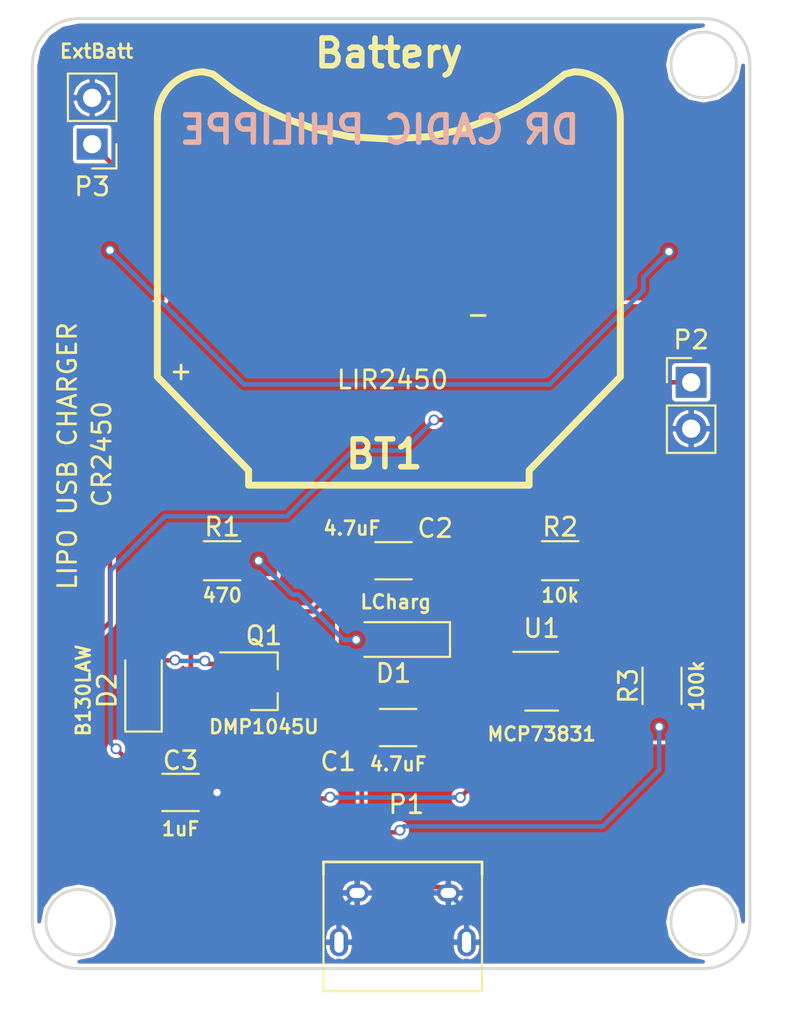
<source format=kicad_pcb>
(kicad_pcb (version 4) (host pcbnew 4.0.4-stable)

  (general
    (links 30)
    (no_connects 0)
    (area 113.792 39.624 156.972001 96.001)
    (thickness 1.6)
    (drawings 14)
    (tracks 145)
    (zones 0)
    (modules 14)
    (nets 8)
  )

  (page A4)
  (layers
    (0 F.Cu signal)
    (31 B.Cu signal)
    (32 B.Adhes user)
    (33 F.Adhes user)
    (34 B.Paste user)
    (35 F.Paste user)
    (36 B.SilkS user)
    (37 F.SilkS user)
    (38 B.Mask user)
    (39 F.Mask user)
    (40 Dwgs.User user)
    (41 Cmts.User user)
    (42 Eco1.User user)
    (43 Eco2.User user)
    (44 Edge.Cuts user)
    (45 Margin user)
    (46 B.CrtYd user)
    (47 F.CrtYd user)
    (48 B.Fab user)
    (49 F.Fab user)
  )

  (setup
    (last_trace_width 0.25)
    (trace_clearance 0.2)
    (zone_clearance 0.2)
    (zone_45_only no)
    (trace_min 0.2)
    (segment_width 0.2)
    (edge_width 0.15)
    (via_size 0.6)
    (via_drill 0.4)
    (via_min_size 0.4)
    (via_min_drill 0.3)
    (uvia_size 0.3)
    (uvia_drill 0.1)
    (uvias_allowed no)
    (uvia_min_size 0.2)
    (uvia_min_drill 0.1)
    (pcb_text_width 0.3)
    (pcb_text_size 1.5 1.5)
    (mod_edge_width 0.15)
    (mod_text_size 1 1)
    (mod_text_width 0.15)
    (pad_size 1.524 1.524)
    (pad_drill 0.762)
    (pad_to_mask_clearance 0.2)
    (aux_axis_origin 0 0)
    (visible_elements 7FFFFFFF)
    (pcbplotparams
      (layerselection 0x010ff_80000001)
      (usegerberextensions false)
      (excludeedgelayer true)
      (linewidth 0.100000)
      (plotframeref false)
      (viasonmask false)
      (mode 1)
      (useauxorigin false)
      (hpglpennumber 1)
      (hpglpenspeed 20)
      (hpglpendiameter 15)
      (hpglpenoverlay 2)
      (psnegative false)
      (psa4output false)
      (plotreference true)
      (plotvalue true)
      (plotinvisibletext false)
      (padsonsilk false)
      (subtractmaskfromsilk false)
      (outputformat 1)
      (mirror false)
      (drillshape 0)
      (scaleselection 1)
      (outputdirectory gerber/))
  )

  (net 0 "")
  (net 1 /BAT+)
  (net 2 GND)
  (net 3 "Net-(C1-Pad1)")
  (net 4 /VCC)
  (net 5 "Net-(D1-Pad1)")
  (net 6 "Net-(D1-Pad2)")
  (net 7 "Net-(R2-Pad1)")

  (net_class Default "Ceci est la Netclass par défaut"
    (clearance 0.2)
    (trace_width 0.25)
    (via_dia 0.6)
    (via_drill 0.4)
    (uvia_dia 0.3)
    (uvia_drill 0.1)
    (add_net /BAT+)
    (add_net /VCC)
    (add_net GND)
    (add_net "Net-(C1-Pad1)")
    (add_net "Net-(D1-Pad1)")
    (add_net "Net-(D1-Pad2)")
    (add_net "Net-(R2-Pad1)")
  )

  (module 18650:LIR2450_keystone_3008 (layer F.Cu) (tedit 5BC3A60D) (tstamp 5BC3B742)
    (at 135.128 53.34 180)
    (descr "Keystone type 3008 coin cell retainer")
    (path /5BC3EB5A)
    (fp_text reference BT1 (at 0.254 -11.176 180) (layer F.SilkS)
      (effects (font (thickness 0.3048)))
    )
    (fp_text value Battery (at 0 10.8 180) (layer F.SilkS)
      (effects (font (thickness 0.3048)))
    )
    (fp_text user - (at -4.9 -3.5 180) (layer F.SilkS)
      (effects (font (size 1 1) (thickness 0.15)))
    )
    (fp_text user + (at 11.4 -6.6 180) (layer F.SilkS)
      (effects (font (size 1 1) (thickness 0.15)))
    )
    (fp_text user LIR2450 (at -0.2 -7.1 180) (layer F.SilkS)
      (effects (font (size 1 1) (thickness 0.15)))
    )
    (fp_line (start 0 6.096) (end 2.159 6.223) (layer F.SilkS) (width 0.381))
    (fp_line (start 2.159 6.223) (end 3.937 6.604) (layer F.SilkS) (width 0.381))
    (fp_line (start 3.937 6.604) (end 5.715 7.239) (layer F.SilkS) (width 0.381))
    (fp_line (start 5.715 7.239) (end 7.112 7.874) (layer F.SilkS) (width 0.381))
    (fp_line (start 7.112 7.874) (end 8.509 8.763) (layer F.SilkS) (width 0.381))
    (fp_line (start 8.509 8.763) (end 9.652 9.652) (layer F.SilkS) (width 0.381))
    (fp_line (start 9.652 9.652) (end 10.16 9.779) (layer F.SilkS) (width 0.381))
    (fp_line (start -10.16 9.779) (end -9.652 9.652) (layer F.SilkS) (width 0.381))
    (fp_line (start -9.652 9.652) (end -8.509 8.763) (layer F.SilkS) (width 0.381))
    (fp_line (start -8.509 8.763) (end -7.112 7.874) (layer F.SilkS) (width 0.381))
    (fp_line (start -7.112 7.874) (end -5.715 7.239) (layer F.SilkS) (width 0.381))
    (fp_line (start -5.715 7.239) (end -3.937 6.604) (layer F.SilkS) (width 0.381))
    (fp_line (start -3.937 6.604) (end -2.159 6.223) (layer F.SilkS) (width 0.381))
    (fp_line (start -2.159 6.223) (end 0 6.096) (layer F.SilkS) (width 0.381))
    (fp_arc (start 10.16 7.239) (end 12.7 7.239) (angle 90) (layer F.SilkS) (width 0.381))
    (fp_arc (start -10.16 7.239) (end -10.16 9.779) (angle 90) (layer F.SilkS) (width 0.381))
    (fp_line (start 7.6962 -12.065) (end 12.7 -6.9342) (layer F.SilkS) (width 0.381))
    (fp_line (start 12.7 -6.9342) (end 12.7 7.2136) (layer F.SilkS) (width 0.381))
    (fp_line (start -7.6962 -12.065) (end -12.7 -6.9342) (layer F.SilkS) (width 0.381))
    (fp_line (start -12.7 -6.9342) (end -12.7 7.2136) (layer F.SilkS) (width 0.381))
    (fp_line (start -7.6962 -12.8778) (end -7.6962 -12.065) (layer F.SilkS) (width 0.381))
    (fp_line (start 7.6962 -12.8778) (end 7.6962 -12.065) (layer F.SilkS) (width 0.381))
    (fp_line (start -7.6962 -12.8778) (end 7.6962 -12.8778) (layer F.SilkS) (width 0.381))
    (pad 1 smd rect (at -15.3 0 180) (size 6 5.5) (layers F.Cu F.Paste F.Mask)
      (net 1 /BAT+))
    (pad 1 smd rect (at 15.3 0 180) (size 6 5.5) (layers F.Cu F.Paste F.Mask)
      (net 1 /BAT+))
    (pad 2 smd rect (at 0 0 180) (size 8 8) (layers F.Cu F.Paste F.Mask)
      (net 2 GND))
    (model ../../../../../../Users/ccadic/CloudStation/robotbadge/cr2450holder.wrl
      (at (xyz 0 0 0))
      (scale (xyz 0.3937 0.3937 0.3937))
      (rotate (xyz -90 0 -180))
    )
  )

  (module Capacitors_SMD:C_1206_HandSoldering (layer F.Cu) (tedit 5BC3A863) (tstamp 5BC3B753)
    (at 135.636 79.502)
    (descr "Capacitor SMD 1206, hand soldering")
    (tags "capacitor 1206")
    (path /5BC3C907)
    (attr smd)
    (fp_text reference C1 (at -3.29184 1.86436) (layer F.SilkS)
      (effects (font (size 1 1) (thickness 0.15)))
    )
    (fp_text value 4.7uF (at 0 2) (layer F.SilkS)
      (effects (font (size 0.75 0.75) (thickness 0.15)))
    )
    (fp_text user %R (at 4.1148 -5.92328) (layer F.Fab)
      (effects (font (size 1 1) (thickness 0.15)))
    )
    (fp_line (start -1.6 0.8) (end -1.6 -0.8) (layer F.Fab) (width 0.1))
    (fp_line (start 1.6 0.8) (end -1.6 0.8) (layer F.Fab) (width 0.1))
    (fp_line (start 1.6 -0.8) (end 1.6 0.8) (layer F.Fab) (width 0.1))
    (fp_line (start -1.6 -0.8) (end 1.6 -0.8) (layer F.Fab) (width 0.1))
    (fp_line (start 1 -1.02) (end -1 -1.02) (layer F.SilkS) (width 0.12))
    (fp_line (start -1 1.02) (end 1 1.02) (layer F.SilkS) (width 0.12))
    (fp_line (start -3.25 -1.05) (end 3.25 -1.05) (layer F.CrtYd) (width 0.05))
    (fp_line (start -3.25 -1.05) (end -3.25 1.05) (layer F.CrtYd) (width 0.05))
    (fp_line (start 3.25 1.05) (end 3.25 -1.05) (layer F.CrtYd) (width 0.05))
    (fp_line (start 3.25 1.05) (end -3.25 1.05) (layer F.CrtYd) (width 0.05))
    (pad 1 smd rect (at -2 0) (size 2 1.6) (layers F.Cu F.Paste F.Mask)
      (net 3 "Net-(C1-Pad1)"))
    (pad 2 smd rect (at 2 0) (size 2 1.6) (layers F.Cu F.Paste F.Mask)
      (net 2 GND))
    (model Capacitors_SMD.3dshapes/C_1206.wrl
      (at (xyz 0 0 0))
      (scale (xyz 1 1 1))
      (rotate (xyz 0 0 0))
    )
  )

  (module Capacitors_SMD:C_1206_HandSoldering (layer F.Cu) (tedit 5BC3A847) (tstamp 5BC3B764)
    (at 135.382 70.358)
    (descr "Capacitor SMD 1206, hand soldering")
    (tags "capacitor 1206")
    (path /5BC3DE07)
    (attr smd)
    (fp_text reference C2 (at 2.286 -1.778) (layer F.SilkS)
      (effects (font (size 1 1) (thickness 0.15)))
    )
    (fp_text value 4.7uF (at -2.286 -1.778) (layer F.SilkS)
      (effects (font (size 0.75 0.75) (thickness 0.15)))
    )
    (fp_text user %R (at 0.4064 -2.95402) (layer F.Fab)
      (effects (font (size 1 1) (thickness 0.15)))
    )
    (fp_line (start -1.6 0.8) (end -1.6 -0.8) (layer F.Fab) (width 0.1))
    (fp_line (start 1.6 0.8) (end -1.6 0.8) (layer F.Fab) (width 0.1))
    (fp_line (start 1.6 -0.8) (end 1.6 0.8) (layer F.Fab) (width 0.1))
    (fp_line (start -1.6 -0.8) (end 1.6 -0.8) (layer F.Fab) (width 0.1))
    (fp_line (start 1 -1.02) (end -1 -1.02) (layer F.SilkS) (width 0.12))
    (fp_line (start -1 1.02) (end 1 1.02) (layer F.SilkS) (width 0.12))
    (fp_line (start -3.25 -1.05) (end 3.25 -1.05) (layer F.CrtYd) (width 0.05))
    (fp_line (start -3.25 -1.05) (end -3.25 1.05) (layer F.CrtYd) (width 0.05))
    (fp_line (start 3.25 1.05) (end 3.25 -1.05) (layer F.CrtYd) (width 0.05))
    (fp_line (start 3.25 1.05) (end -3.25 1.05) (layer F.CrtYd) (width 0.05))
    (pad 1 smd rect (at -2 0) (size 2 1.6) (layers F.Cu F.Paste F.Mask)
      (net 1 /BAT+))
    (pad 2 smd rect (at 2 0) (size 2 1.6) (layers F.Cu F.Paste F.Mask)
      (net 2 GND))
    (model Capacitors_SMD.3dshapes/C_1206.wrl
      (at (xyz 0 0 0))
      (scale (xyz 1 1 1))
      (rotate (xyz 0 0 0))
    )
  )

  (module Capacitors_SMD:C_1206_HandSoldering (layer F.Cu) (tedit 5BC3A6C5) (tstamp 5BC3B775)
    (at 123.698 83.058)
    (descr "Capacitor SMD 1206, hand soldering")
    (tags "capacitor 1206")
    (path /5BC40A36)
    (attr smd)
    (fp_text reference C3 (at 0 -1.75) (layer F.SilkS)
      (effects (font (size 1 1) (thickness 0.15)))
    )
    (fp_text value 1uF (at 0 2) (layer F.SilkS)
      (effects (font (size 0.75 0.75) (thickness 0.15)))
    )
    (fp_text user %R (at 0 -1.75) (layer F.Fab)
      (effects (font (size 1 1) (thickness 0.15)))
    )
    (fp_line (start -1.6 0.8) (end -1.6 -0.8) (layer F.Fab) (width 0.1))
    (fp_line (start 1.6 0.8) (end -1.6 0.8) (layer F.Fab) (width 0.1))
    (fp_line (start 1.6 -0.8) (end 1.6 0.8) (layer F.Fab) (width 0.1))
    (fp_line (start -1.6 -0.8) (end 1.6 -0.8) (layer F.Fab) (width 0.1))
    (fp_line (start 1 -1.02) (end -1 -1.02) (layer F.SilkS) (width 0.12))
    (fp_line (start -1 1.02) (end 1 1.02) (layer F.SilkS) (width 0.12))
    (fp_line (start -3.25 -1.05) (end 3.25 -1.05) (layer F.CrtYd) (width 0.05))
    (fp_line (start -3.25 -1.05) (end -3.25 1.05) (layer F.CrtYd) (width 0.05))
    (fp_line (start 3.25 1.05) (end 3.25 -1.05) (layer F.CrtYd) (width 0.05))
    (fp_line (start 3.25 1.05) (end -3.25 1.05) (layer F.CrtYd) (width 0.05))
    (pad 1 smd rect (at -2 0) (size 2 1.6) (layers F.Cu F.Paste F.Mask)
      (net 4 /VCC))
    (pad 2 smd rect (at 2 0) (size 2 1.6) (layers F.Cu F.Paste F.Mask)
      (net 2 GND))
    (model Capacitors_SMD.3dshapes/C_1206.wrl
      (at (xyz 0 0 0))
      (scale (xyz 1 1 1))
      (rotate (xyz 0 0 0))
    )
  )

  (module LEDs:LED_1206_HandSoldering (layer F.Cu) (tedit 5BC3A856) (tstamp 5BC3B78A)
    (at 135.382 74.676 180)
    (descr "LED SMD 1206, hand soldering")
    (tags "LED 1206")
    (path /5BC3D02E)
    (attr smd)
    (fp_text reference D1 (at 0 -1.85 180) (layer F.SilkS)
      (effects (font (size 1 1) (thickness 0.15)))
    )
    (fp_text value LCharg (at -0.12192 2.05994 180) (layer F.SilkS)
      (effects (font (size 0.75 0.75) (thickness 0.15)))
    )
    (fp_line (start -3.1 -0.95) (end -3.1 0.95) (layer F.SilkS) (width 0.12))
    (fp_line (start -0.4 0) (end 0.2 -0.4) (layer F.Fab) (width 0.1))
    (fp_line (start 0.2 -0.4) (end 0.2 0.4) (layer F.Fab) (width 0.1))
    (fp_line (start 0.2 0.4) (end -0.4 0) (layer F.Fab) (width 0.1))
    (fp_line (start -0.45 -0.4) (end -0.45 0.4) (layer F.Fab) (width 0.1))
    (fp_line (start -1.6 0.8) (end -1.6 -0.8) (layer F.Fab) (width 0.1))
    (fp_line (start 1.6 0.8) (end -1.6 0.8) (layer F.Fab) (width 0.1))
    (fp_line (start 1.6 -0.8) (end 1.6 0.8) (layer F.Fab) (width 0.1))
    (fp_line (start -1.6 -0.8) (end 1.6 -0.8) (layer F.Fab) (width 0.1))
    (fp_line (start -3.1 0.95) (end 1.6 0.95) (layer F.SilkS) (width 0.12))
    (fp_line (start -3.1 -0.95) (end 1.6 -0.95) (layer F.SilkS) (width 0.12))
    (fp_line (start -3.25 -1.11) (end 3.25 -1.11) (layer F.CrtYd) (width 0.05))
    (fp_line (start -3.25 -1.11) (end -3.25 1.1) (layer F.CrtYd) (width 0.05))
    (fp_line (start 3.25 1.1) (end 3.25 -1.11) (layer F.CrtYd) (width 0.05))
    (fp_line (start 3.25 1.1) (end -3.25 1.1) (layer F.CrtYd) (width 0.05))
    (pad 1 smd rect (at -2 0 180) (size 2 1.7) (layers F.Cu F.Paste F.Mask)
      (net 5 "Net-(D1-Pad1)"))
    (pad 2 smd rect (at 2 0 180) (size 2 1.7) (layers F.Cu F.Paste F.Mask)
      (net 6 "Net-(D1-Pad2)"))
    (model ${KISYS3DMOD}/LEDs.3dshapes/LED_1206.wrl
      (at (xyz 0 0 0))
      (scale (xyz 1 1 1))
      (rotate (xyz 0 0 180))
    )
  )

  (module Diodes_SMD:D_SOD-123 (layer F.Cu) (tedit 5BC3A6BD) (tstamp 5BC3B7A3)
    (at 121.666 77.47 90)
    (descr SOD-123)
    (tags SOD-123)
    (path /5BC3FFF4)
    (attr smd)
    (fp_text reference D2 (at 0 -2 90) (layer F.SilkS)
      (effects (font (size 1 1) (thickness 0.15)))
    )
    (fp_text value B130LAW (at 0 -3.302 90) (layer F.SilkS)
      (effects (font (size 0.75 0.75) (thickness 0.15)))
    )
    (fp_text user %R (at 0 -2 90) (layer F.Fab)
      (effects (font (size 1 1) (thickness 0.15)))
    )
    (fp_line (start -2.25 -1) (end -2.25 1) (layer F.SilkS) (width 0.12))
    (fp_line (start 0.25 0) (end 0.75 0) (layer F.Fab) (width 0.1))
    (fp_line (start 0.25 0.4) (end -0.35 0) (layer F.Fab) (width 0.1))
    (fp_line (start 0.25 -0.4) (end 0.25 0.4) (layer F.Fab) (width 0.1))
    (fp_line (start -0.35 0) (end 0.25 -0.4) (layer F.Fab) (width 0.1))
    (fp_line (start -0.35 0) (end -0.35 0.55) (layer F.Fab) (width 0.1))
    (fp_line (start -0.35 0) (end -0.35 -0.55) (layer F.Fab) (width 0.1))
    (fp_line (start -0.75 0) (end -0.35 0) (layer F.Fab) (width 0.1))
    (fp_line (start -1.4 0.9) (end -1.4 -0.9) (layer F.Fab) (width 0.1))
    (fp_line (start 1.4 0.9) (end -1.4 0.9) (layer F.Fab) (width 0.1))
    (fp_line (start 1.4 -0.9) (end 1.4 0.9) (layer F.Fab) (width 0.1))
    (fp_line (start -1.4 -0.9) (end 1.4 -0.9) (layer F.Fab) (width 0.1))
    (fp_line (start -2.35 -1.15) (end 2.35 -1.15) (layer F.CrtYd) (width 0.05))
    (fp_line (start 2.35 -1.15) (end 2.35 1.15) (layer F.CrtYd) (width 0.05))
    (fp_line (start 2.35 1.15) (end -2.35 1.15) (layer F.CrtYd) (width 0.05))
    (fp_line (start -2.35 -1.15) (end -2.35 1.15) (layer F.CrtYd) (width 0.05))
    (fp_line (start -2.25 1) (end 1.65 1) (layer F.SilkS) (width 0.12))
    (fp_line (start -2.25 -1) (end 1.65 -1) (layer F.SilkS) (width 0.12))
    (pad 1 smd rect (at -1.65 0 90) (size 0.9 1.2) (layers F.Cu F.Paste F.Mask)
      (net 4 /VCC))
    (pad 2 smd rect (at 1.65 0 90) (size 0.9 1.2) (layers F.Cu F.Paste F.Mask)
      (net 3 "Net-(C1-Pad1)"))
    (model ${KISYS3DMOD}/Diodes_SMD.3dshapes/D_SOD-123.wrl
      (at (xyz 0 0 0))
      (scale (xyz 1 1 1))
      (rotate (xyz 0 0 0))
    )
  )

  (module 18650:USB_Micro-B_HandSoldering (layer F.Cu) (tedit 5B77FA6E) (tstamp 5BC3B7BD)
    (at 135.89 89.916)
    (descr "Micro USB Type B Receptacle")
    (tags "USB USB_B USB_micro USB_OTG")
    (path /5BC3C628)
    (attr smd)
    (fp_text reference P1 (at 0.2 -6.2) (layer F.SilkS)
      (effects (font (size 1 1) (thickness 0.15)))
    )
    (fp_text value USB_OTG (at 0 5.01) (layer F.Fab)
      (effects (font (size 1 1) (thickness 0.15)))
    )
    (fp_line (start 4.6 -2.55) (end 4.6 -3.45) (layer F.CrtYd) (width 0.15))
    (fp_line (start 4.6 -3.45) (end -4.6 -3.45) (layer F.CrtYd) (width 0.15))
    (fp_line (start -4.6 -3.45) (end -4.6 -2.6) (layer F.CrtYd) (width 0.15))
    (fp_line (start 4.35 -2.35) (end 4.35 -3.05) (layer F.SilkS) (width 0.15))
    (fp_line (start 4.35 -3.05) (end -4.35 -3.05) (layer F.SilkS) (width 0.15))
    (fp_line (start -4.35 -3.05) (end -4.35 -2.35) (layer F.SilkS) (width 0.15))
    (fp_line (start 4.6 -2.59) (end 4.6 4.26) (layer F.CrtYd) (width 0.05))
    (fp_line (start 4.6 4.26) (end -4.6 4.26) (layer F.CrtYd) (width 0.05))
    (fp_line (start -4.6 4.26) (end -4.6 -2.59) (layer F.CrtYd) (width 0.05))
    (fp_line (start -4.35 4.03) (end 4.35 4.03) (layer F.SilkS) (width 0.12))
    (fp_line (start 4.35 -2.38) (end 4.35 4.03) (layer F.SilkS) (width 0.12))
    (fp_line (start 4.35 2.8) (end -4.35 2.8) (layer F.SilkS) (width 0.12))
    (fp_line (start -4.35 4.03) (end -4.35 -2.38) (layer F.SilkS) (width 0.12))
    (pad 1 smd rect (at -1.29032 -1.67386 90) (size 2 0.4) (layers F.Cu F.Paste F.Mask)
      (net 3 "Net-(C1-Pad1)"))
    (pad 2 smd rect (at -0.65786 -1.67386 90) (size 2 0.4) (layers F.Cu F.Paste F.Mask))
    (pad 3 smd rect (at -0.0127 -1.68148 90) (size 2 0.4) (layers F.Cu F.Paste F.Mask))
    (pad 4 smd rect (at 0.64516 -1.66878 90) (size 2 0.4) (layers F.Cu F.Paste F.Mask))
    (pad 5 smd rect (at 1.2954 -1.66878 90) (size 2 0.4) (layers F.Cu F.Paste F.Mask)
      (net 2 GND))
    (pad 6 thru_hole oval (at -2.5 -1.35 90) (size 0.95 1.25) (drill oval 0.55 0.85) (layers *.Cu *.Mask)
      (net 2 GND))
    (pad 6 thru_hole oval (at 2.5 -1.35 90) (size 0.95 1.25) (drill oval 0.55 0.85) (layers *.Cu *.Mask)
      (net 2 GND))
    (pad 6 thru_hole oval (at -3.5 1.35 90) (size 1.55 1) (drill oval 1.15 0.5) (layers *.Cu *.Mask)
      (net 2 GND))
    (pad 6 thru_hole oval (at 3.5 1.35 90) (size 1.55 1) (drill oval 1.15 0.5) (layers *.Cu *.Mask)
      (net 2 GND))
    (model ../../../../../../Users/ccadic/CloudStation/CoinBatCharger/micro_usb.wrl
      (at (xyz 0 0 0))
      (scale (xyz 1 1 1))
      (rotate (xyz 0 0 0))
    )
  )

  (module TO_SOT_Packages_SMD:SOT-23_Handsoldering (layer F.Cu) (tedit 5BC3A660) (tstamp 5BC3B7D2)
    (at 128.27 76.962)
    (descr "SOT-23, Handsoldering")
    (tags SOT-23)
    (path /5BC3F36C)
    (attr smd)
    (fp_text reference Q1 (at 0 -2.5) (layer F.SilkS)
      (effects (font (size 1 1) (thickness 0.15)))
    )
    (fp_text value DMP1045U (at 0 2.5) (layer F.SilkS)
      (effects (font (size 0.75 0.75) (thickness 0.15)))
    )
    (fp_text user %R (at 0 0 90) (layer F.Fab)
      (effects (font (size 0.5 0.5) (thickness 0.075)))
    )
    (fp_line (start 0.76 1.58) (end 0.76 0.65) (layer F.SilkS) (width 0.12))
    (fp_line (start 0.76 -1.58) (end 0.76 -0.65) (layer F.SilkS) (width 0.12))
    (fp_line (start -2.7 -1.75) (end 2.7 -1.75) (layer F.CrtYd) (width 0.05))
    (fp_line (start 2.7 -1.75) (end 2.7 1.75) (layer F.CrtYd) (width 0.05))
    (fp_line (start 2.7 1.75) (end -2.7 1.75) (layer F.CrtYd) (width 0.05))
    (fp_line (start -2.7 1.75) (end -2.7 -1.75) (layer F.CrtYd) (width 0.05))
    (fp_line (start 0.76 -1.58) (end -2.4 -1.58) (layer F.SilkS) (width 0.12))
    (fp_line (start -0.7 -0.95) (end -0.7 1.5) (layer F.Fab) (width 0.1))
    (fp_line (start -0.15 -1.52) (end 0.7 -1.52) (layer F.Fab) (width 0.1))
    (fp_line (start -0.7 -0.95) (end -0.15 -1.52) (layer F.Fab) (width 0.1))
    (fp_line (start 0.7 -1.52) (end 0.7 1.52) (layer F.Fab) (width 0.1))
    (fp_line (start -0.7 1.52) (end 0.7 1.52) (layer F.Fab) (width 0.1))
    (fp_line (start 0.76 1.58) (end -0.7 1.58) (layer F.SilkS) (width 0.12))
    (pad 1 smd rect (at -1.5 -0.95) (size 1.9 0.8) (layers F.Cu F.Paste F.Mask)
      (net 3 "Net-(C1-Pad1)"))
    (pad 2 smd rect (at -1.5 0.95) (size 1.9 0.8) (layers F.Cu F.Paste F.Mask)
      (net 4 /VCC))
    (pad 3 smd rect (at 1.5 0) (size 1.9 0.8) (layers F.Cu F.Paste F.Mask)
      (net 1 /BAT+))
    (model ${KISYS3DMOD}/TO_SOT_Packages_SMD.3dshapes\SOT-23.wrl
      (at (xyz 0 0 0))
      (scale (xyz 1 1 1))
      (rotate (xyz 0 0 90))
    )
  )

  (module Resistors_SMD:R_1206_HandSoldering (layer F.Cu) (tedit 5BC3A695) (tstamp 5BC3B7E3)
    (at 125.984 70.358)
    (descr "Resistor SMD 1206, hand soldering")
    (tags "resistor 1206")
    (path /5BC3CD17)
    (attr smd)
    (fp_text reference R1 (at 0 -1.85) (layer F.SilkS)
      (effects (font (size 1 1) (thickness 0.15)))
    )
    (fp_text value 470 (at 0 1.9) (layer F.SilkS)
      (effects (font (size 0.75 0.75) (thickness 0.15)))
    )
    (fp_text user %R (at 0 0) (layer F.Fab)
      (effects (font (size 0.7 0.7) (thickness 0.105)))
    )
    (fp_line (start -1.6 0.8) (end -1.6 -0.8) (layer F.Fab) (width 0.1))
    (fp_line (start 1.6 0.8) (end -1.6 0.8) (layer F.Fab) (width 0.1))
    (fp_line (start 1.6 -0.8) (end 1.6 0.8) (layer F.Fab) (width 0.1))
    (fp_line (start -1.6 -0.8) (end 1.6 -0.8) (layer F.Fab) (width 0.1))
    (fp_line (start 1 1.07) (end -1 1.07) (layer F.SilkS) (width 0.12))
    (fp_line (start -1 -1.07) (end 1 -1.07) (layer F.SilkS) (width 0.12))
    (fp_line (start -3.25 -1.11) (end 3.25 -1.11) (layer F.CrtYd) (width 0.05))
    (fp_line (start -3.25 -1.11) (end -3.25 1.1) (layer F.CrtYd) (width 0.05))
    (fp_line (start 3.25 1.1) (end 3.25 -1.11) (layer F.CrtYd) (width 0.05))
    (fp_line (start 3.25 1.1) (end -3.25 1.1) (layer F.CrtYd) (width 0.05))
    (pad 1 smd rect (at -2 0) (size 2 1.7) (layers F.Cu F.Paste F.Mask)
      (net 3 "Net-(C1-Pad1)"))
    (pad 2 smd rect (at 2 0) (size 2 1.7) (layers F.Cu F.Paste F.Mask)
      (net 6 "Net-(D1-Pad2)"))
    (model ${KISYS3DMOD}/Resistors_SMD.3dshapes/R_1206.wrl
      (at (xyz 0 0 0))
      (scale (xyz 1 1 1))
      (rotate (xyz 0 0 0))
    )
  )

  (module Resistors_SMD:R_1206_HandSoldering (layer F.Cu) (tedit 5BC3A69E) (tstamp 5BC3B7F4)
    (at 144.526 70.358)
    (descr "Resistor SMD 1206, hand soldering")
    (tags "resistor 1206")
    (path /5BC3DA01)
    (attr smd)
    (fp_text reference R2 (at 0 -1.85) (layer F.SilkS)
      (effects (font (size 1 1) (thickness 0.15)))
    )
    (fp_text value 10k (at 0 1.9) (layer F.SilkS)
      (effects (font (size 0.75 0.75) (thickness 0.15)))
    )
    (fp_text user %R (at 0 0) (layer F.Fab)
      (effects (font (size 0.7 0.7) (thickness 0.105)))
    )
    (fp_line (start -1.6 0.8) (end -1.6 -0.8) (layer F.Fab) (width 0.1))
    (fp_line (start 1.6 0.8) (end -1.6 0.8) (layer F.Fab) (width 0.1))
    (fp_line (start 1.6 -0.8) (end 1.6 0.8) (layer F.Fab) (width 0.1))
    (fp_line (start -1.6 -0.8) (end 1.6 -0.8) (layer F.Fab) (width 0.1))
    (fp_line (start 1 1.07) (end -1 1.07) (layer F.SilkS) (width 0.12))
    (fp_line (start -1 -1.07) (end 1 -1.07) (layer F.SilkS) (width 0.12))
    (fp_line (start -3.25 -1.11) (end 3.25 -1.11) (layer F.CrtYd) (width 0.05))
    (fp_line (start -3.25 -1.11) (end -3.25 1.1) (layer F.CrtYd) (width 0.05))
    (fp_line (start 3.25 1.1) (end 3.25 -1.11) (layer F.CrtYd) (width 0.05))
    (fp_line (start 3.25 1.1) (end -3.25 1.1) (layer F.CrtYd) (width 0.05))
    (pad 1 smd rect (at -2 0) (size 2 1.7) (layers F.Cu F.Paste F.Mask)
      (net 7 "Net-(R2-Pad1)"))
    (pad 2 smd rect (at 2 0) (size 2 1.7) (layers F.Cu F.Paste F.Mask)
      (net 2 GND))
    (model ${KISYS3DMOD}/Resistors_SMD.3dshapes/R_1206.wrl
      (at (xyz 0 0 0))
      (scale (xyz 1 1 1))
      (rotate (xyz 0 0 0))
    )
  )

  (module Resistors_SMD:R_1206_HandSoldering (layer F.Cu) (tedit 5BC3A6A8) (tstamp 5BC3B805)
    (at 150.114 77.216 90)
    (descr "Resistor SMD 1206, hand soldering")
    (tags "resistor 1206")
    (path /5BC405E1)
    (attr smd)
    (fp_text reference R3 (at 0 -1.85 90) (layer F.SilkS)
      (effects (font (size 1 1) (thickness 0.15)))
    )
    (fp_text value 100k (at 0 1.9 90) (layer F.SilkS)
      (effects (font (size 0.75 0.75) (thickness 0.15)))
    )
    (fp_text user %R (at 0 0 90) (layer F.Fab)
      (effects (font (size 0.7 0.7) (thickness 0.105)))
    )
    (fp_line (start -1.6 0.8) (end -1.6 -0.8) (layer F.Fab) (width 0.1))
    (fp_line (start 1.6 0.8) (end -1.6 0.8) (layer F.Fab) (width 0.1))
    (fp_line (start 1.6 -0.8) (end 1.6 0.8) (layer F.Fab) (width 0.1))
    (fp_line (start -1.6 -0.8) (end 1.6 -0.8) (layer F.Fab) (width 0.1))
    (fp_line (start 1 1.07) (end -1 1.07) (layer F.SilkS) (width 0.12))
    (fp_line (start -1 -1.07) (end 1 -1.07) (layer F.SilkS) (width 0.12))
    (fp_line (start -3.25 -1.11) (end 3.25 -1.11) (layer F.CrtYd) (width 0.05))
    (fp_line (start -3.25 -1.11) (end -3.25 1.1) (layer F.CrtYd) (width 0.05))
    (fp_line (start 3.25 1.1) (end 3.25 -1.11) (layer F.CrtYd) (width 0.05))
    (fp_line (start 3.25 1.1) (end -3.25 1.1) (layer F.CrtYd) (width 0.05))
    (pad 1 smd rect (at -2 0 90) (size 2 1.7) (layers F.Cu F.Paste F.Mask)
      (net 3 "Net-(C1-Pad1)"))
    (pad 2 smd rect (at 2 0 90) (size 2 1.7) (layers F.Cu F.Paste F.Mask)
      (net 2 GND))
    (model ${KISYS3DMOD}/Resistors_SMD.3dshapes/R_1206.wrl
      (at (xyz 0 0 0))
      (scale (xyz 1 1 1))
      (rotate (xyz 0 0 0))
    )
  )

  (module TO_SOT_Packages_SMD:SOT-23-5_HandSoldering (layer F.Cu) (tedit 5BC3A66B) (tstamp 5BC3B81A)
    (at 143.51 76.962)
    (descr "5-pin SOT23 package")
    (tags "SOT-23-5 hand-soldering")
    (path /5BC3C4DF)
    (attr smd)
    (fp_text reference U1 (at 0 -2.9) (layer F.SilkS)
      (effects (font (size 1 1) (thickness 0.15)))
    )
    (fp_text value MCP73831 (at 0 2.9) (layer F.SilkS)
      (effects (font (size 0.75 0.75) (thickness 0.15)))
    )
    (fp_text user %R (at 0 0 90) (layer F.Fab)
      (effects (font (size 0.5 0.5) (thickness 0.075)))
    )
    (fp_line (start -0.9 1.61) (end 0.9 1.61) (layer F.SilkS) (width 0.12))
    (fp_line (start 0.9 -1.61) (end -1.55 -1.61) (layer F.SilkS) (width 0.12))
    (fp_line (start -0.9 -0.9) (end -0.25 -1.55) (layer F.Fab) (width 0.1))
    (fp_line (start 0.9 -1.55) (end -0.25 -1.55) (layer F.Fab) (width 0.1))
    (fp_line (start -0.9 -0.9) (end -0.9 1.55) (layer F.Fab) (width 0.1))
    (fp_line (start 0.9 1.55) (end -0.9 1.55) (layer F.Fab) (width 0.1))
    (fp_line (start 0.9 -1.55) (end 0.9 1.55) (layer F.Fab) (width 0.1))
    (fp_line (start -2.38 -1.8) (end 2.38 -1.8) (layer F.CrtYd) (width 0.05))
    (fp_line (start -2.38 -1.8) (end -2.38 1.8) (layer F.CrtYd) (width 0.05))
    (fp_line (start 2.38 1.8) (end 2.38 -1.8) (layer F.CrtYd) (width 0.05))
    (fp_line (start 2.38 1.8) (end -2.38 1.8) (layer F.CrtYd) (width 0.05))
    (pad 1 smd rect (at -1.35 -0.95) (size 1.56 0.65) (layers F.Cu F.Paste F.Mask)
      (net 5 "Net-(D1-Pad1)"))
    (pad 2 smd rect (at -1.35 0) (size 1.56 0.65) (layers F.Cu F.Paste F.Mask)
      (net 2 GND))
    (pad 3 smd rect (at -1.35 0.95) (size 1.56 0.65) (layers F.Cu F.Paste F.Mask)
      (net 1 /BAT+))
    (pad 4 smd rect (at 1.35 0.95) (size 1.56 0.65) (layers F.Cu F.Paste F.Mask)
      (net 3 "Net-(C1-Pad1)"))
    (pad 5 smd rect (at 1.35 -0.95) (size 1.56 0.65) (layers F.Cu F.Paste F.Mask)
      (net 7 "Net-(R2-Pad1)"))
    (model ${KISYS3DMOD}/TO_SOT_Packages_SMD.3dshapes\SOT-23-5.wrl
      (at (xyz 0 0 0))
      (scale (xyz 1 1 1))
      (rotate (xyz 0 0 0))
    )
  )

  (module Socket_Strips:Socket_Strip_Straight_1x02_Pitch2.54mm (layer F.Cu) (tedit 58CD5446) (tstamp 5BC3BDFF)
    (at 151.7142 60.579)
    (descr "Through hole straight socket strip, 1x02, 2.54mm pitch, single row")
    (tags "Through hole socket strip THT 1x02 2.54mm single row")
    (path /5BC4397F)
    (fp_text reference P2 (at 0 -2.33) (layer F.SilkS)
      (effects (font (size 1 1) (thickness 0.15)))
    )
    (fp_text value Vout (at 0 4.87) (layer F.Fab)
      (effects (font (size 1 1) (thickness 0.15)))
    )
    (fp_line (start -1.27 -1.27) (end -1.27 3.81) (layer F.Fab) (width 0.1))
    (fp_line (start -1.27 3.81) (end 1.27 3.81) (layer F.Fab) (width 0.1))
    (fp_line (start 1.27 3.81) (end 1.27 -1.27) (layer F.Fab) (width 0.1))
    (fp_line (start 1.27 -1.27) (end -1.27 -1.27) (layer F.Fab) (width 0.1))
    (fp_line (start -1.33 1.27) (end -1.33 3.87) (layer F.SilkS) (width 0.12))
    (fp_line (start -1.33 3.87) (end 1.33 3.87) (layer F.SilkS) (width 0.12))
    (fp_line (start 1.33 3.87) (end 1.33 1.27) (layer F.SilkS) (width 0.12))
    (fp_line (start 1.33 1.27) (end -1.33 1.27) (layer F.SilkS) (width 0.12))
    (fp_line (start -1.33 0) (end -1.33 -1.33) (layer F.SilkS) (width 0.12))
    (fp_line (start -1.33 -1.33) (end 0 -1.33) (layer F.SilkS) (width 0.12))
    (fp_line (start -1.8 -1.8) (end -1.8 4.35) (layer F.CrtYd) (width 0.05))
    (fp_line (start -1.8 4.35) (end 1.8 4.35) (layer F.CrtYd) (width 0.05))
    (fp_line (start 1.8 4.35) (end 1.8 -1.8) (layer F.CrtYd) (width 0.05))
    (fp_line (start 1.8 -1.8) (end -1.8 -1.8) (layer F.CrtYd) (width 0.05))
    (fp_text user %R (at 0 -2.33) (layer F.Fab)
      (effects (font (size 1 1) (thickness 0.15)))
    )
    (pad 1 thru_hole rect (at 0 0) (size 1.7 1.7) (drill 1) (layers *.Cu *.Mask)
      (net 4 /VCC))
    (pad 2 thru_hole oval (at 0 2.54) (size 1.7 1.7) (drill 1) (layers *.Cu *.Mask)
      (net 2 GND))
    (model ${KISYS3DMOD}/Socket_Strips.3dshapes/Socket_Strip_Straight_1x02_Pitch2.54mm.wrl
      (at (xyz 0 -0.05 0))
      (scale (xyz 1 1 1))
      (rotate (xyz 0 0 270))
    )
  )

  (module Socket_Strips:Socket_Strip_Straight_1x02_Pitch2.54mm (layer F.Cu) (tedit 5BC3A9A2) (tstamp 5BC3BE14)
    (at 118.84914 47.52594 180)
    (descr "Through hole straight socket strip, 1x02, 2.54mm pitch, single row")
    (tags "Through hole socket strip THT 1x02 2.54mm single row")
    (path /5BC4502D)
    (fp_text reference P3 (at 0 -2.33 180) (layer F.SilkS)
      (effects (font (size 1 1) (thickness 0.15)))
    )
    (fp_text value ExtBatt (at -0.23622 5.09016 180) (layer F.SilkS)
      (effects (font (size 0.75 0.75) (thickness 0.15)))
    )
    (fp_line (start -1.27 -1.27) (end -1.27 3.81) (layer F.Fab) (width 0.1))
    (fp_line (start -1.27 3.81) (end 1.27 3.81) (layer F.Fab) (width 0.1))
    (fp_line (start 1.27 3.81) (end 1.27 -1.27) (layer F.Fab) (width 0.1))
    (fp_line (start 1.27 -1.27) (end -1.27 -1.27) (layer F.Fab) (width 0.1))
    (fp_line (start -1.33 1.27) (end -1.33 3.87) (layer F.SilkS) (width 0.12))
    (fp_line (start -1.33 3.87) (end 1.33 3.87) (layer F.SilkS) (width 0.12))
    (fp_line (start 1.33 3.87) (end 1.33 1.27) (layer F.SilkS) (width 0.12))
    (fp_line (start 1.33 1.27) (end -1.33 1.27) (layer F.SilkS) (width 0.12))
    (fp_line (start -1.33 0) (end -1.33 -1.33) (layer F.SilkS) (width 0.12))
    (fp_line (start -1.33 -1.33) (end 0 -1.33) (layer F.SilkS) (width 0.12))
    (fp_line (start -1.8 -1.8) (end -1.8 4.35) (layer F.CrtYd) (width 0.05))
    (fp_line (start -1.8 4.35) (end 1.8 4.35) (layer F.CrtYd) (width 0.05))
    (fp_line (start 1.8 4.35) (end 1.8 -1.8) (layer F.CrtYd) (width 0.05))
    (fp_line (start 1.8 -1.8) (end -1.8 -1.8) (layer F.CrtYd) (width 0.05))
    (fp_text user %R (at 0 -2.33 180) (layer F.Fab)
      (effects (font (size 1 1) (thickness 0.15)))
    )
    (pad 1 thru_hole rect (at 0 0 180) (size 1.7 1.7) (drill 1) (layers *.Cu *.Mask)
      (net 1 /BAT+))
    (pad 2 thru_hole oval (at 0 2.54 180) (size 1.7 1.7) (drill 1) (layers *.Cu *.Mask)
      (net 2 GND))
    (model ${KISYS3DMOD}/Socket_Strips.3dshapes/Socket_Strip_Straight_1x02_Pitch2.54mm.wrl
      (at (xyz 0 -0.05 0))
      (scale (xyz 1 1 1))
      (rotate (xyz 0 0 270))
    )
  )

  (gr_circle (center 152.4 43.18) (end 153.67 41.91) (layer Edge.Cuts) (width 0.15))
  (gr_circle (center 152.4 90.17) (end 153.67 88.9) (layer Edge.Cuts) (width 0.15))
  (gr_circle (center 118.11 90.17) (end 119.38 88.9) (layer Edge.Cuts) (width 0.15))
  (gr_text "DR CADIC PHILIPPE\n" (at 134.62 46.736) (layer B.SilkS)
    (effects (font (size 1.5 1.5) (thickness 0.3)) (justify mirror))
  )
  (gr_text CR2450 (at 119.38 64.516 90) (layer F.SilkS)
    (effects (font (size 1 1) (thickness 0.15)))
  )
  (gr_text "LIPO USB CHARGER" (at 117.49024 64.6176 90) (layer F.SilkS)
    (effects (font (size 1 1) (thickness 0.15)))
  )
  (gr_arc (start 152.4 90.17) (end 154.94 90.17) (angle 90) (layer Edge.Cuts) (width 0.15))
  (gr_arc (start 152.4 43.18) (end 152.4 40.64) (angle 90) (layer Edge.Cuts) (width 0.15))
  (gr_arc (start 118.11 43.18) (end 115.57 43.18) (angle 90) (layer Edge.Cuts) (width 0.15))
  (gr_arc (start 118.11 90.17) (end 118.11 92.71) (angle 90) (layer Edge.Cuts) (width 0.15))
  (gr_line (start 152.4 92.71) (end 118.11 92.71) (angle 90) (layer Edge.Cuts) (width 0.15))
  (gr_line (start 154.94 43.18) (end 154.94 90.17) (angle 90) (layer Edge.Cuts) (width 0.15))
  (gr_line (start 118.11 40.64) (end 152.4 40.64) (angle 90) (layer Edge.Cuts) (width 0.15))
  (gr_line (start 115.57 43.18) (end 115.57 90.17) (angle 90) (layer Edge.Cuts) (width 0.15))

  (segment (start 119.828 53.34) (end 119.828 48.5048) (width 0.25) (layer F.Cu) (net 1) (status 400000))
  (segment (start 119.828 48.5048) (end 118.84914 47.52594) (width 0.25) (layer F.Cu) (net 1) (tstamp 5BC3BEBA) (status 800000))
  (segment (start 129.77 76.962) (end 124.968 76.962) (width 0.25) (layer F.Cu) (net 1))
  (segment (start 130.93446 73.13676) (end 133.382 70.68922) (width 0.25) (layer F.Cu) (net 1) (tstamp 5BC3BC49))
  (segment (start 126.01194 73.13676) (end 130.93446 73.13676) (width 0.25) (layer F.Cu) (net 1) (tstamp 5BC3BC47))
  (segment (start 124.25934 74.88936) (end 126.01194 73.13676) (width 0.25) (layer F.Cu) (net 1) (tstamp 5BC3BC46))
  (segment (start 124.25934 76.25334) (end 124.25934 74.88936) (width 0.25) (layer F.Cu) (net 1) (tstamp 5BC3BC45))
  (segment (start 124.968 76.962) (end 124.25934 76.25334) (width 0.25) (layer F.Cu) (net 1) (tstamp 5BC3BC44))
  (segment (start 133.382 70.68922) (end 133.382 70.358) (width 0.25) (layer F.Cu) (net 1) (tstamp 5BC3BC4A))
  (segment (start 129.77 83.39328) (end 131.82346 83.39328) (width 0.25) (layer F.Cu) (net 1))
  (segment (start 140.69568 79.37632) (end 142.16 77.912) (width 0.25) (layer F.Cu) (net 1) (tstamp 5BC3BC26))
  (segment (start 140.69568 81.6864) (end 140.69568 79.37632) (width 0.25) (layer F.Cu) (net 1) (tstamp 5BC3BC24))
  (segment (start 139.04976 83.33232) (end 140.69568 81.6864) (width 0.25) (layer F.Cu) (net 1) (tstamp 5BC3BC23))
  (via (at 139.04976 83.33232) (size 0.6) (drill 0.4) (layers F.Cu B.Cu) (net 1))
  (segment (start 131.91998 83.33232) (end 139.04976 83.33232) (width 0.25) (layer B.Cu) (net 1) (tstamp 5BC3BC21))
  (segment (start 131.9022 83.31454) (end 131.91998 83.33232) (width 0.25) (layer B.Cu) (net 1) (tstamp 5BC3BC20))
  (via (at 131.9022 83.31454) (size 0.6) (drill 0.4) (layers F.Cu B.Cu) (net 1))
  (segment (start 131.82346 83.39328) (end 131.9022 83.31454) (width 0.25) (layer F.Cu) (net 1) (tstamp 5BC3BC1E))
  (segment (start 119.828 53.34) (end 119.828 73.72) (width 0.25) (layer F.Cu) (net 1))
  (segment (start 129.77 84.95144) (end 129.77 83.39328) (width 0.25) (layer F.Cu) (net 1) (tstamp 5BC3BC18))
  (segment (start 129.77 83.39328) (end 129.77 76.962) (width 0.25) (layer F.Cu) (net 1) (tstamp 5BC3BC1C))
  (segment (start 127.58928 87.13216) (end 129.77 84.95144) (width 0.25) (layer F.Cu) (net 1) (tstamp 5BC3BC16))
  (segment (start 121.2088 87.13216) (end 127.58928 87.13216) (width 0.25) (layer F.Cu) (net 1) (tstamp 5BC3BC14))
  (segment (start 118.81104 84.7344) (end 121.2088 87.13216) (width 0.25) (layer F.Cu) (net 1) (tstamp 5BC3BC12))
  (segment (start 118.81104 74.73696) (end 118.81104 84.7344) (width 0.25) (layer F.Cu) (net 1) (tstamp 5BC3BC10))
  (segment (start 119.828 73.72) (end 118.81104 74.73696) (width 0.25) (layer F.Cu) (net 1) (tstamp 5BC3BC0F))
  (via (at 119.828 53.34) (size 0.6) (drill 0.4) (layers F.Cu B.Cu) (net 1))
  (segment (start 150.428 53.3492) (end 150.495 53.4162) (width 0.25) (layer F.Cu) (net 1) (tstamp 5BC3BC0B))
  (via (at 150.495 53.4162) (size 0.6) (drill 0.4) (layers F.Cu B.Cu) (net 1))
  (segment (start 149.0853 54.8259) (end 150.495 53.4162) (width 0.25) (layer B.Cu) (net 1) (tstamp 5BC3BC09))
  (segment (start 149.0853 55.5498) (end 149.0853 54.8259) (width 0.25) (layer B.Cu) (net 1) (tstamp 5BC3BC08))
  (segment (start 143.9418 60.6933) (end 149.0853 55.5498) (width 0.25) (layer B.Cu) (net 1) (tstamp 5BC3BC06))
  (segment (start 127.1813 60.6933) (end 143.9418 60.6933) (width 0.25) (layer B.Cu) (net 1) (tstamp 5BC3BC04))
  (segment (start 127.1813 60.6933) (end 119.828 53.34) (width 0.25) (layer B.Cu) (net 1) (tstamp 5BC3BC03))
  (segment (start 150.428 53.3492) (end 150.428 53.34) (width 0.25) (layer F.Cu) (net 1) (tstamp 5BC3BC0C))
  (segment (start 150.114 72.5424) (end 150.114 71.4756) (width 0.25) (layer F.Cu) (net 2))
  (segment (start 151.7142 69.8754) (end 151.7142 63.119) (width 0.25) (layer F.Cu) (net 2) (tstamp 5BC3BEC1) (status 800000))
  (segment (start 150.114 71.4756) (end 151.7142 69.8754) (width 0.25) (layer F.Cu) (net 2) (tstamp 5BC3BEBF))
  (segment (start 118.84914 44.98594) (end 122.30862 44.98594) (width 0.25) (layer F.Cu) (net 2) (status 400000))
  (segment (start 130.66268 53.34) (end 135.128 53.34) (width 0.25) (layer F.Cu) (net 2) (tstamp 5BC3BEB6) (status 800000))
  (segment (start 122.30862 44.98594) (end 130.66268 53.34) (width 0.25) (layer F.Cu) (net 2) (tstamp 5BC3BEB4))
  (segment (start 150.114 75.216) (end 150.114 72.5424) (width 0.25) (layer F.Cu) (net 2))
  (segment (start 150.114 72.5424) (end 150.114 72.42048) (width 0.25) (layer F.Cu) (net 2) (tstamp 5BC3BEBD))
  (segment (start 148.05152 70.358) (end 146.526 70.358) (width 0.25) (layer F.Cu) (net 2) (tstamp 5BC3BC7A))
  (segment (start 150.114 72.42048) (end 148.05152 70.358) (width 0.25) (layer F.Cu) (net 2) (tstamp 5BC3BC79))
  (via (at 125.698 83.058) (size 0.6) (drill 0.4) (layers F.Cu B.Cu) (net 2))
  (segment (start 132.39 89.6239) (end 132.2639 89.6239) (width 0.25) (layer B.Cu) (net 2) (tstamp 5BC3BC3F))
  (segment (start 132.2639 89.6239) (end 125.698 83.058) (width 0.25) (layer B.Cu) (net 2) (tstamp 5BC3BC3E))
  (segment (start 135.128 53.34) (end 135.128 62.81928) (width 0.25) (layer F.Cu) (net 2))
  (segment (start 140.34008 68.03136) (end 140.8938 68.03136) (width 0.25) (layer F.Cu) (net 2) (tstamp 5BC3BBFC))
  (segment (start 135.128 62.81928) (end 140.34008 68.03136) (width 0.25) (layer F.Cu) (net 2) (tstamp 5BC3BBFA))
  (segment (start 137.382 70.358) (end 138.56716 70.358) (width 0.25) (layer F.Cu) (net 2))
  (segment (start 146.526 69.30492) (end 146.526 70.358) (width 0.25) (layer F.Cu) (net 2) (tstamp 5BC3BBF5))
  (segment (start 140.8938 68.03136) (end 145.25244 68.03136) (width 0.25) (layer F.Cu) (net 2) (tstamp 5BC3BBF1))
  (segment (start 145.25244 68.03136) (end 146.526 69.30492) (width 0.25) (layer F.Cu) (net 2) (tstamp 5BC3BBF3))
  (segment (start 138.56716 70.358) (end 140.8938 68.03136) (width 0.25) (layer F.Cu) (net 2) (tstamp 5BC3BBEF))
  (segment (start 146.526 70.358) (end 146.526 73.45274) (width 0.25) (layer F.Cu) (net 2))
  (segment (start 146.526 73.45274) (end 148.41982 75.34656) (width 0.25) (layer F.Cu) (net 2) (tstamp 5BC3BBEB))
  (segment (start 142.16 76.962) (end 147.01012 76.962) (width 0.25) (layer F.Cu) (net 2))
  (segment (start 147.01012 76.962) (end 148.59 75.38212) (width 0.25) (layer F.Cu) (net 2) (tstamp 5BC3BBE6))
  (segment (start 148.59 75.38212) (end 149.94788 75.38212) (width 0.25) (layer F.Cu) (net 2) (tstamp 5BC3BBE7))
  (segment (start 149.94788 75.38212) (end 150.114 75.216) (width 0.25) (layer F.Cu) (net 2) (tstamp 5BC3BBE8))
  (segment (start 137.636 79.502) (end 137.636 78.9752) (width 0.25) (layer F.Cu) (net 2))
  (segment (start 137.636 78.9752) (end 139.6492 76.962) (width 0.25) (layer F.Cu) (net 2) (tstamp 5BC3BBE1))
  (segment (start 139.6492 76.962) (end 142.16 76.962) (width 0.25) (layer F.Cu) (net 2) (tstamp 5BC3BBE2))
  (segment (start 137.1854 88.24722) (end 137.1854 82.50174) (width 0.25) (layer F.Cu) (net 2))
  (segment (start 137.636 82.05114) (end 137.636 79.502) (width 0.25) (layer F.Cu) (net 2) (tstamp 5BC3BBDE))
  (segment (start 137.1854 82.50174) (end 137.636 82.05114) (width 0.25) (layer F.Cu) (net 2) (tstamp 5BC3BBDD))
  (segment (start 137.1854 88.24722) (end 138.07122 88.24722) (width 0.25) (layer F.Cu) (net 2))
  (segment (start 138.07122 88.24722) (end 138.39 88.566) (width 0.25) (layer F.Cu) (net 2) (tstamp 5BC3BBD5))
  (segment (start 132.39 91.266) (end 132.39 89.6239) (width 0.25) (layer B.Cu) (net 2))
  (segment (start 132.39 89.6239) (end 132.39 89.566) (width 0.25) (layer B.Cu) (net 2) (tstamp 5BC3BC42))
  (segment (start 132.39 89.566) (end 133.39 88.566) (width 0.25) (layer B.Cu) (net 2) (tstamp 5BC3BBD1))
  (segment (start 132.39 91.266) (end 139.39 91.266) (width 0.25) (layer B.Cu) (net 2))
  (segment (start 139.39 91.266) (end 139.39 89.566) (width 0.25) (layer B.Cu) (net 2))
  (segment (start 139.39 89.566) (end 138.39 88.566) (width 0.25) (layer B.Cu) (net 2) (tstamp 5BC3BBCB))
  (segment (start 133.636 85.24494) (end 135.61822 85.24494) (width 0.25) (layer F.Cu) (net 3))
  (segment (start 149.9616 79.46136) (end 150.114 79.30896) (width 0.25) (layer F.Cu) (net 3) (tstamp 5BC3BC89))
  (via (at 149.9616 79.46136) (size 0.6) (drill 0.4) (layers F.Cu B.Cu) (net 3))
  (segment (start 149.9616 81.82356) (end 149.9616 79.46136) (width 0.25) (layer B.Cu) (net 3) (tstamp 5BC3BC86))
  (segment (start 146.86788 84.91728) (end 149.9616 81.82356) (width 0.25) (layer B.Cu) (net 3) (tstamp 5BC3BC84))
  (segment (start 135.94588 84.91728) (end 146.86788 84.91728) (width 0.25) (layer B.Cu) (net 3) (tstamp 5BC3BC83))
  (segment (start 135.73252 85.13064) (end 135.94588 84.91728) (width 0.25) (layer B.Cu) (net 3) (tstamp 5BC3BC82))
  (via (at 135.73252 85.13064) (size 0.6) (drill 0.4) (layers F.Cu B.Cu) (net 3))
  (segment (start 135.61822 85.24494) (end 135.73252 85.13064) (width 0.25) (layer F.Cu) (net 3) (tstamp 5BC3BC80))
  (segment (start 150.114 79.30896) (end 150.114 79.216) (width 0.25) (layer F.Cu) (net 3) (tstamp 5BC3BC8A))
  (segment (start 121.666 75.82) (end 121.666 74.25182) (width 0.25) (layer F.Cu) (net 3))
  (segment (start 123.984 71.93382) (end 123.984 70.358) (width 0.25) (layer F.Cu) (net 3) (tstamp 5BC3BC58))
  (segment (start 121.666 74.25182) (end 123.984 71.93382) (width 0.25) (layer F.Cu) (net 3) (tstamp 5BC3BC56))
  (segment (start 121.666 75.82) (end 123.37442 75.82) (width 0.25) (layer F.Cu) (net 3))
  (segment (start 125.19148 76.012) (end 126.77 76.012) (width 0.25) (layer F.Cu) (net 3) (tstamp 5BC3BC53))
  (segment (start 125.02896 75.84948) (end 125.19148 76.012) (width 0.25) (layer F.Cu) (net 3) (tstamp 5BC3BC52))
  (via (at 125.02896 75.84948) (size 0.6) (drill 0.4) (layers F.Cu B.Cu) (net 3))
  (segment (start 123.43638 75.84948) (end 125.02896 75.84948) (width 0.25) (layer B.Cu) (net 3) (tstamp 5BC3BC50))
  (segment (start 123.39066 75.80376) (end 123.43638 75.84948) (width 0.25) (layer B.Cu) (net 3) (tstamp 5BC3BC4F))
  (via (at 123.39066 75.80376) (size 0.6) (drill 0.4) (layers F.Cu B.Cu) (net 3))
  (segment (start 123.37442 75.82) (end 123.39066 75.80376) (width 0.25) (layer F.Cu) (net 3) (tstamp 5BC3BC4D))
  (segment (start 133.636 79.502) (end 133.636 77.98206) (width 0.25) (layer F.Cu) (net 3))
  (segment (start 131.25954 76.012) (end 126.77 76.012) (width 0.25) (layer F.Cu) (net 3) (tstamp 5BC3BC31))
  (segment (start 132.02412 76.77658) (end 131.25954 76.012) (width 0.25) (layer F.Cu) (net 3) (tstamp 5BC3BC30))
  (segment (start 132.43052 76.77658) (end 132.02412 76.77658) (width 0.25) (layer F.Cu) (net 3) (tstamp 5BC3BC2F))
  (segment (start 133.636 77.98206) (end 132.43052 76.77658) (width 0.25) (layer F.Cu) (net 3) (tstamp 5BC3BC2E))
  (segment (start 150.114 79.216) (end 146.164 79.216) (width 0.25) (layer F.Cu) (net 3))
  (segment (start 146.164 79.216) (end 144.86 77.912) (width 0.25) (layer F.Cu) (net 3) (tstamp 5BC3BC2A))
  (segment (start 133.636 79.502) (end 133.636 85.24494) (width 0.25) (layer F.Cu) (net 3))
  (segment (start 133.636 85.24494) (end 133.636 85.33282) (width 0.25) (layer F.Cu) (net 3) (tstamp 5BC3BC7E))
  (segment (start 134.59968 86.2965) (end 134.59968 88.24214) (width 0.25) (layer F.Cu) (net 3) (tstamp 5BC3BBDA))
  (segment (start 133.636 85.33282) (end 134.59968 86.2965) (width 0.25) (layer F.Cu) (net 3) (tstamp 5BC3BBD9))
  (segment (start 151.7142 60.579) (end 145.78584 60.579) (width 0.25) (layer F.Cu) (net 4) (status 400000))
  (segment (start 120.57888 81.08442) (end 121.698 81.08442) (width 0.25) (layer F.Cu) (net 4) (tstamp 5BC3BED8))
  (segment (start 120.15978 80.66532) (end 120.57888 81.08442) (width 0.25) (layer F.Cu) (net 4) (tstamp 5BC3BED7))
  (via (at 120.15978 80.66532) (size 0.6) (drill 0.4) (layers F.Cu B.Cu) (net 4))
  (segment (start 119.8626 80.36814) (end 120.15978 80.66532) (width 0.25) (layer B.Cu) (net 4) (tstamp 5BC3BED5))
  (segment (start 119.8626 70.89648) (end 119.8626 80.36814) (width 0.25) (layer B.Cu) (net 4) (tstamp 5BC3BED3))
  (segment (start 122.8344 67.92468) (end 119.8626 70.89648) (width 0.25) (layer B.Cu) (net 4) (tstamp 5BC3BED1))
  (segment (start 129.5273 67.92468) (end 122.8344 67.92468) (width 0.25) (layer B.Cu) (net 4) (tstamp 5BC3BECF))
  (segment (start 133.1341 64.31788) (end 129.5273 67.92468) (width 0.25) (layer B.Cu) (net 4) (tstamp 5BC3BECD))
  (segment (start 135.9281 64.31788) (end 133.1341 64.31788) (width 0.25) (layer B.Cu) (net 4) (tstamp 5BC3BECB))
  (segment (start 137.6045 62.64148) (end 135.9281 64.31788) (width 0.25) (layer B.Cu) (net 4) (tstamp 5BC3BECA))
  (via (at 137.6045 62.64148) (size 0.6) (drill 0.4) (layers F.Cu B.Cu) (net 4))
  (segment (start 143.72336 62.64148) (end 137.6045 62.64148) (width 0.25) (layer F.Cu) (net 4) (tstamp 5BC3BEC7))
  (segment (start 145.78584 60.579) (end 143.72336 62.64148) (width 0.25) (layer F.Cu) (net 4) (tstamp 5BC3BEC5))
  (segment (start 121.666 79.12) (end 123.43484 79.12) (width 0.25) (layer F.Cu) (net 4))
  (segment (start 124.4727 78.08214) (end 126.59986 78.08214) (width 0.25) (layer F.Cu) (net 4) (tstamp 5BC3BC38))
  (segment (start 123.43484 79.12) (end 124.4727 78.08214) (width 0.25) (layer F.Cu) (net 4) (tstamp 5BC3BC37))
  (segment (start 126.59986 78.08214) (end 126.77 77.912) (width 0.25) (layer F.Cu) (net 4) (tstamp 5BC3BC3A))
  (segment (start 121.698 83.058) (end 121.698 81.08442) (width 0.25) (layer F.Cu) (net 4))
  (segment (start 121.698 81.08442) (end 121.698 79.152) (width 0.25) (layer F.Cu) (net 4) (tstamp 5BC3BEDB))
  (segment (start 121.698 79.152) (end 121.666 79.12) (width 0.25) (layer F.Cu) (net 4) (tstamp 5BC3BC34))
  (segment (start 137.382 74.676) (end 138.82116 74.676) (width 0.25) (layer F.Cu) (net 5))
  (segment (start 140.15716 76.012) (end 142.16 76.012) (width 0.25) (layer F.Cu) (net 5) (tstamp 5BC3BC69))
  (segment (start 138.82116 74.676) (end 140.15716 76.012) (width 0.25) (layer F.Cu) (net 5) (tstamp 5BC3BC67))
  (via (at 127.984 70.358) (size 0.6) (drill 0.4) (layers F.Cu B.Cu) (net 6))
  (segment (start 133.35 74.676) (end 133.33476 74.69124) (width 0.25) (layer F.Cu) (net 6) (tstamp 5BC3BC63))
  (via (at 133.33476 74.69124) (size 0.6) (drill 0.4) (layers F.Cu B.Cu) (net 6))
  (segment (start 132.64134 74.69124) (end 133.33476 74.69124) (width 0.25) (layer B.Cu) (net 6) (tstamp 5BC3BC61))
  (segment (start 130.1689 72.2188) (end 132.64134 74.69124) (width 0.25) (layer B.Cu) (net 6) (tstamp 5BC3BC60))
  (segment (start 129.8448 72.2188) (end 130.1689 72.2188) (width 0.25) (layer B.Cu) (net 6) (tstamp 5BC3BC5E))
  (segment (start 129.8448 72.2188) (end 127.984 70.358) (width 0.25) (layer B.Cu) (net 6) (tstamp 5BC3BC5D))
  (segment (start 133.35 74.676) (end 133.382 74.676) (width 0.25) (layer F.Cu) (net 6) (tstamp 5BC3BC64))
  (segment (start 144.86 76.012) (end 144.86 73.994) (width 0.25) (layer F.Cu) (net 7))
  (segment (start 142.526 72.30008) (end 142.526 70.358) (width 0.25) (layer F.Cu) (net 7) (tstamp 5BC3BC71))
  (segment (start 142.96644 72.74052) (end 142.526 72.30008) (width 0.25) (layer F.Cu) (net 7) (tstamp 5BC3BC70))
  (segment (start 143.60652 72.74052) (end 142.96644 72.74052) (width 0.25) (layer F.Cu) (net 7) (tstamp 5BC3BC6E))
  (segment (start 144.86 73.994) (end 143.60652 72.74052) (width 0.25) (layer F.Cu) (net 7) (tstamp 5BC3BC6D))

  (zone (net 2) (net_name GND) (layer F.Cu) (tstamp 5BC3BEDE) (hatch edge 0.508)
    (connect_pads (clearance 0.2))
    (min_thickness 0.2)
    (fill yes (arc_segments 16) (thermal_gap 0.2) (thermal_bridge_width 0.3))
    (polygon
      (pts
        (xy 117.856 40.64) (xy 152.4 40.64) (xy 154.432 41.148) (xy 154.94 42.672) (xy 154.94 90.932)
        (xy 153.924 92.456) (xy 151.892 92.964) (xy 116.84 92.964) (xy 115.824 91.948) (xy 115.316 90.424)
        (xy 115.316 42.672) (xy 116.332 41.148) (xy 117.348 40.64)
      )
    )
    (filled_polygon
      (pts
        (xy 152.366324 41.015648) (xy 151.569175 41.17421) (xy 150.864835 41.644835) (xy 150.39421 42.349175) (xy 150.228949 43.18)
        (xy 150.39421 44.010825) (xy 150.864835 44.715165) (xy 151.569175 45.18579) (xy 152.4 45.351051) (xy 153.230825 45.18579)
        (xy 153.935165 44.715165) (xy 154.40579 44.010825) (xy 154.564352 43.213676) (xy 154.565 43.216932) (xy 154.565 90.133068)
        (xy 154.564352 90.136324) (xy 154.40579 89.339175) (xy 153.935165 88.634835) (xy 153.230825 88.16421) (xy 152.4 87.998949)
        (xy 151.569175 88.16421) (xy 150.864835 88.634835) (xy 150.39421 89.339175) (xy 150.228949 90.17) (xy 150.39421 91.000825)
        (xy 150.864835 91.705165) (xy 151.569175 92.17579) (xy 152.366324 92.334352) (xy 152.363068 92.335) (xy 139.440002 92.335)
        (xy 139.440002 92.264275) (xy 139.564287 92.321784) (xy 139.649953 92.299238) (xy 139.92033 92.142041) (xy 140.109969 91.893341)
        (xy 140.19 91.591) (xy 140.19 91.316) (xy 139.44 91.316) (xy 139.44 91.336) (xy 139.34 91.336)
        (xy 139.34 91.316) (xy 138.59 91.316) (xy 138.59 91.591) (xy 138.670031 91.893341) (xy 138.85967 92.142041)
        (xy 139.130047 92.299238) (xy 139.215713 92.321784) (xy 139.339998 92.264275) (xy 139.339998 92.335) (xy 132.440002 92.335)
        (xy 132.440002 92.264275) (xy 132.564287 92.321784) (xy 132.649953 92.299238) (xy 132.92033 92.142041) (xy 133.109969 91.893341)
        (xy 133.19 91.591) (xy 133.19 91.316) (xy 132.44 91.316) (xy 132.44 91.336) (xy 132.34 91.336)
        (xy 132.34 91.316) (xy 131.59 91.316) (xy 131.59 91.591) (xy 131.670031 91.893341) (xy 131.85967 92.142041)
        (xy 132.130047 92.299238) (xy 132.215713 92.321784) (xy 132.339998 92.264275) (xy 132.339998 92.335) (xy 118.146932 92.335)
        (xy 118.143676 92.334352) (xy 118.940825 92.17579) (xy 119.645165 91.705165) (xy 120.11579 91.000825) (xy 120.127689 90.941)
        (xy 131.59 90.941) (xy 131.59 91.216) (xy 132.34 91.216) (xy 132.34 90.267726) (xy 132.44 90.267726)
        (xy 132.44 91.216) (xy 133.19 91.216) (xy 133.19 90.941) (xy 138.59 90.941) (xy 138.59 91.216)
        (xy 139.34 91.216) (xy 139.34 90.267726) (xy 139.44 90.267726) (xy 139.44 91.216) (xy 140.19 91.216)
        (xy 140.19 90.941) (xy 140.109969 90.638659) (xy 139.92033 90.389959) (xy 139.649953 90.232762) (xy 139.564287 90.210216)
        (xy 139.44 90.267726) (xy 139.34 90.267726) (xy 139.215713 90.210216) (xy 139.130047 90.232762) (xy 138.85967 90.389959)
        (xy 138.670031 90.638659) (xy 138.59 90.941) (xy 133.19 90.941) (xy 133.109969 90.638659) (xy 132.92033 90.389959)
        (xy 132.649953 90.232762) (xy 132.564287 90.210216) (xy 132.44 90.267726) (xy 132.34 90.267726) (xy 132.215713 90.210216)
        (xy 132.130047 90.232762) (xy 131.85967 90.389959) (xy 131.670031 90.638659) (xy 131.59 90.941) (xy 120.127689 90.941)
        (xy 120.281051 90.17) (xy 120.11579 89.339175) (xy 119.713008 88.736368) (xy 132.483958 88.736368) (xy 132.504859 88.816385)
        (xy 132.656637 89.078652) (xy 132.897226 89.262872) (xy 133.19 89.341) (xy 133.34 89.341) (xy 133.34 88.616)
        (xy 132.541788 88.616) (xy 132.483958 88.736368) (xy 119.713008 88.736368) (xy 119.645165 88.634835) (xy 119.287173 88.395632)
        (xy 132.483958 88.395632) (xy 132.541788 88.516) (xy 133.34 88.516) (xy 133.34 87.791) (xy 133.19 87.791)
        (xy 132.897226 87.869128) (xy 132.656637 88.053348) (xy 132.504859 88.315615) (xy 132.483958 88.395632) (xy 119.287173 88.395632)
        (xy 118.940825 88.16421) (xy 118.11 87.998949) (xy 117.279175 88.16421) (xy 116.574835 88.634835) (xy 116.10421 89.339175)
        (xy 115.945648 90.136324) (xy 115.945 90.133068) (xy 115.945 50.59) (xy 116.522123 50.59) (xy 116.522123 56.09)
        (xy 116.543042 56.201173) (xy 116.608745 56.303279) (xy 116.708997 56.371778) (xy 116.828 56.395877) (xy 119.403 56.395877)
        (xy 119.403 73.543959) (xy 118.51052 74.43644) (xy 118.418391 74.574319) (xy 118.418391 74.57432) (xy 118.38604 74.73696)
        (xy 118.38604 84.7344) (xy 118.403055 84.81994) (xy 118.418391 84.897041) (xy 118.51052 85.03492) (xy 120.90828 87.432681)
        (xy 121.046159 87.524809) (xy 121.2088 87.55716) (xy 127.58928 87.55716) (xy 127.724937 87.530176) (xy 127.751921 87.524809)
        (xy 127.8898 87.43268) (xy 130.070521 85.25196) (xy 130.162649 85.114081) (xy 130.195 84.95144) (xy 130.195 83.81828)
        (xy 131.557272 83.81828) (xy 131.561883 83.822899) (xy 131.782329 83.914436) (xy 132.021024 83.914644) (xy 132.241629 83.823492)
        (xy 132.410559 83.654857) (xy 132.502096 83.434411) (xy 132.502304 83.195716) (xy 132.411152 82.975111) (xy 132.242517 82.806181)
        (xy 132.022071 82.714644) (xy 131.783376 82.714436) (xy 131.562771 82.805588) (xy 131.399794 82.96828) (xy 130.195 82.96828)
        (xy 130.195 77.667877) (xy 130.72 77.667877) (xy 130.831173 77.646958) (xy 130.933279 77.581255) (xy 131.001778 77.481003)
        (xy 131.025877 77.362) (xy 131.025877 76.562) (xy 131.004958 76.450827) (xy 130.996061 76.437) (xy 131.0835 76.437)
        (xy 131.723599 77.0771) (xy 131.815728 77.138658) (xy 131.86148 77.169229) (xy 132.02412 77.20158) (xy 132.25448 77.20158)
        (xy 133.211 78.1581) (xy 133.211 78.396123) (xy 132.636 78.396123) (xy 132.524827 78.417042) (xy 132.422721 78.482745)
        (xy 132.354222 78.582997) (xy 132.330123 78.702) (xy 132.330123 80.302) (xy 132.351042 80.413173) (xy 132.416745 80.515279)
        (xy 132.516997 80.583778) (xy 132.636 80.607877) (xy 133.211 80.607877) (xy 133.211 85.33282) (xy 133.213242 85.344089)
        (xy 133.243351 85.495461) (xy 133.33548 85.63334) (xy 134.17468 86.472541) (xy 134.17468 87.040039) (xy 134.117902 87.123137)
        (xy 134.093803 87.24214) (xy 134.093803 88.030714) (xy 133.882774 87.869128) (xy 133.59 87.791) (xy 133.44 87.791)
        (xy 133.44 88.516) (xy 133.46 88.516) (xy 133.46 88.616) (xy 133.44 88.616) (xy 133.44 89.341)
        (xy 133.59 89.341) (xy 133.882774 89.262872) (xy 134.093803 89.101286) (xy 134.093803 89.24214) (xy 134.114722 89.353313)
        (xy 134.180425 89.455419) (xy 134.280677 89.523918) (xy 134.39968 89.548017) (xy 134.79968 89.548017) (xy 134.910853 89.527098)
        (xy 134.915159 89.524327) (xy 135.03214 89.548017) (xy 135.43214 89.548017) (xy 135.543313 89.527098) (xy 135.559666 89.516575)
        (xy 135.6773 89.540397) (xy 136.0773 89.540397) (xy 136.188473 89.519478) (xy 136.195555 89.514921) (xy 136.216157 89.528998)
        (xy 136.33516 89.553097) (xy 136.73516 89.553097) (xy 136.846333 89.532178) (xy 136.863204 89.521322) (xy 136.925727 89.54722)
        (xy 137.0604 89.54722) (xy 137.1354 89.47222) (xy 137.1354 88.29722) (xy 137.1154 88.29722) (xy 137.1154 88.19722)
        (xy 137.1354 88.19722) (xy 137.1354 87.02222) (xy 137.2354 87.02222) (xy 137.2354 88.19722) (xy 137.2554 88.19722)
        (xy 137.2554 88.29722) (xy 137.2354 88.29722) (xy 137.2354 89.47222) (xy 137.3104 89.54722) (xy 137.445073 89.54722)
        (xy 137.555336 89.501548) (xy 137.639728 89.417157) (xy 137.6854 89.306894) (xy 137.6854 89.100676) (xy 137.897226 89.262872)
        (xy 138.19 89.341) (xy 138.34 89.341) (xy 138.34 88.616) (xy 138.44 88.616) (xy 138.44 89.341)
        (xy 138.59 89.341) (xy 138.882774 89.262872) (xy 139.123363 89.078652) (xy 139.275141 88.816385) (xy 139.296042 88.736368)
        (xy 139.238212 88.616) (xy 138.44 88.616) (xy 138.34 88.616) (xy 138.32 88.616) (xy 138.32 88.516)
        (xy 138.34 88.516) (xy 138.34 87.791) (xy 138.44 87.791) (xy 138.44 88.516) (xy 139.238212 88.516)
        (xy 139.296042 88.395632) (xy 139.275141 88.315615) (xy 139.123363 88.053348) (xy 138.882774 87.869128) (xy 138.59 87.791)
        (xy 138.44 87.791) (xy 138.34 87.791) (xy 138.19 87.791) (xy 137.897226 87.869128) (xy 137.6854 88.031324)
        (xy 137.6854 87.187546) (xy 137.639728 87.077283) (xy 137.555336 86.992892) (xy 137.445073 86.94722) (xy 137.3104 86.94722)
        (xy 137.2354 87.02222) (xy 137.1354 87.02222) (xy 137.0604 86.94722) (xy 136.925727 86.94722) (xy 136.864569 86.972552)
        (xy 136.854163 86.965442) (xy 136.73516 86.941343) (xy 136.33516 86.941343) (xy 136.223987 86.962262) (xy 136.216905 86.966819)
        (xy 136.196303 86.952742) (xy 136.0773 86.928643) (xy 135.6773 86.928643) (xy 135.566127 86.949562) (xy 135.549774 86.960085)
        (xy 135.43214 86.936263) (xy 135.03214 86.936263) (xy 135.02468 86.937667) (xy 135.02468 86.2965) (xy 134.992329 86.13386)
        (xy 134.961758 86.088108) (xy 134.9002 85.995979) (xy 134.574161 85.66994) (xy 135.466717 85.66994) (xy 135.612649 85.730536)
        (xy 135.851344 85.730744) (xy 136.071949 85.639592) (xy 136.240879 85.470957) (xy 136.332416 85.250511) (xy 136.332624 85.011816)
        (xy 136.241472 84.791211) (xy 136.072837 84.622281) (xy 135.852391 84.530744) (xy 135.613696 84.530536) (xy 135.393091 84.621688)
        (xy 135.224161 84.790323) (xy 135.211863 84.81994) (xy 134.061 84.81994) (xy 134.061 83.451144) (xy 138.449656 83.451144)
        (xy 138.540808 83.671749) (xy 138.709443 83.840679) (xy 138.929889 83.932216) (xy 139.168584 83.932424) (xy 139.389189 83.841272)
        (xy 139.558119 83.672637) (xy 139.649656 83.452191) (xy 139.64976 83.333361) (xy 140.9962 81.986921) (xy 141.088328 81.849041)
        (xy 141.088329 81.84904) (xy 141.12068 81.6864) (xy 141.12068 79.55236) (xy 142.130164 78.542877) (xy 142.94 78.542877)
        (xy 143.051173 78.521958) (xy 143.153279 78.456255) (xy 143.221778 78.356003) (xy 143.245877 78.237) (xy 143.245877 77.587)
        (xy 143.774123 77.587) (xy 143.774123 78.237) (xy 143.795042 78.348173) (xy 143.860745 78.450279) (xy 143.960997 78.518778)
        (xy 144.08 78.542877) (xy 144.889837 78.542877) (xy 145.863479 79.51652) (xy 145.906103 79.545) (xy 146.00136 79.608649)
        (xy 146.164 79.641) (xy 148.958123 79.641) (xy 148.958123 80.216) (xy 148.979042 80.327173) (xy 149.044745 80.429279)
        (xy 149.144997 80.497778) (xy 149.264 80.521877) (xy 150.964 80.521877) (xy 151.075173 80.500958) (xy 151.177279 80.435255)
        (xy 151.245778 80.335003) (xy 151.269877 80.216) (xy 151.269877 78.216) (xy 151.248958 78.104827) (xy 151.183255 78.002721)
        (xy 151.083003 77.934222) (xy 150.964 77.910123) (xy 149.264 77.910123) (xy 149.152827 77.931042) (xy 149.050721 77.996745)
        (xy 148.982222 78.096997) (xy 148.958123 78.216) (xy 148.958123 78.791) (xy 146.340041 78.791) (xy 145.914985 78.365945)
        (xy 145.921778 78.356003) (xy 145.945877 78.237) (xy 145.945877 77.587) (xy 145.924958 77.475827) (xy 145.859255 77.373721)
        (xy 145.759003 77.305222) (xy 145.64 77.281123) (xy 144.08 77.281123) (xy 143.968827 77.302042) (xy 143.866721 77.367745)
        (xy 143.798222 77.467997) (xy 143.774123 77.587) (xy 143.245877 77.587) (xy 143.224958 77.475827) (xy 143.201563 77.43947)
        (xy 143.24 77.346673) (xy 143.24 77.087) (xy 143.165 77.012) (xy 142.21 77.012) (xy 142.21 77.032)
        (xy 142.11 77.032) (xy 142.11 77.012) (xy 141.155 77.012) (xy 141.08 77.087) (xy 141.08 77.346673)
        (xy 141.118164 77.43881) (xy 141.098222 77.467997) (xy 141.074123 77.587) (xy 141.074123 78.237) (xy 141.095042 78.348173)
        (xy 141.105905 78.365055) (xy 140.39516 79.0758) (xy 140.303031 79.213679) (xy 140.297664 79.240663) (xy 140.27068 79.37632)
        (xy 140.27068 81.510359) (xy 139.048721 82.732319) (xy 138.930936 82.732216) (xy 138.710331 82.823368) (xy 138.541401 82.992003)
        (xy 138.449864 83.212449) (xy 138.449656 83.451144) (xy 134.061 83.451144) (xy 134.061 80.607877) (xy 134.636 80.607877)
        (xy 134.747173 80.586958) (xy 134.849279 80.521255) (xy 134.917778 80.421003) (xy 134.941877 80.302) (xy 134.941877 79.627)
        (xy 136.336 79.627) (xy 136.336 80.361673) (xy 136.381672 80.471936) (xy 136.466063 80.556328) (xy 136.576326 80.602)
        (xy 137.511 80.602) (xy 137.586 80.527) (xy 137.586 79.552) (xy 137.686 79.552) (xy 137.686 80.527)
        (xy 137.761 80.602) (xy 138.695674 80.602) (xy 138.805937 80.556328) (xy 138.890328 80.471936) (xy 138.936 80.361673)
        (xy 138.936 79.627) (xy 138.861 79.552) (xy 137.686 79.552) (xy 137.586 79.552) (xy 136.411 79.552)
        (xy 136.336 79.627) (xy 134.941877 79.627) (xy 134.941877 78.702) (xy 134.930649 78.642327) (xy 136.336 78.642327)
        (xy 136.336 79.377) (xy 136.411 79.452) (xy 137.586 79.452) (xy 137.586 78.477) (xy 137.686 78.477)
        (xy 137.686 79.452) (xy 138.861 79.452) (xy 138.936 79.377) (xy 138.936 78.642327) (xy 138.890328 78.532064)
        (xy 138.805937 78.447672) (xy 138.695674 78.402) (xy 137.761 78.402) (xy 137.686 78.477) (xy 137.586 78.477)
        (xy 137.511 78.402) (xy 136.576326 78.402) (xy 136.466063 78.447672) (xy 136.381672 78.532064) (xy 136.336 78.642327)
        (xy 134.930649 78.642327) (xy 134.920958 78.590827) (xy 134.855255 78.488721) (xy 134.755003 78.420222) (xy 134.636 78.396123)
        (xy 134.061 78.396123) (xy 134.061 77.98206) (xy 134.028649 77.81942) (xy 134.028649 77.819419) (xy 133.93652 77.68154)
        (xy 132.73104 76.47606) (xy 132.593161 76.383931) (xy 132.566177 76.378564) (xy 132.43052 76.35158) (xy 132.200161 76.35158)
        (xy 131.56006 75.71148) (xy 131.422181 75.619351) (xy 131.385224 75.612) (xy 131.25954 75.587) (xy 128.021173 75.587)
        (xy 128.004958 75.500827) (xy 127.939255 75.398721) (xy 127.839003 75.330222) (xy 127.72 75.306123) (xy 125.82 75.306123)
        (xy 125.708827 75.327042) (xy 125.606721 75.392745) (xy 125.538222 75.492997) (xy 125.535299 75.507433) (xy 125.369277 75.341121)
        (xy 125.148831 75.249584) (xy 124.910136 75.249376) (xy 124.689531 75.340528) (xy 124.68434 75.34571) (xy 124.68434 75.0654)
        (xy 125.92374 73.826) (xy 132.076123 73.826) (xy 132.076123 75.526) (xy 132.097042 75.637173) (xy 132.162745 75.739279)
        (xy 132.262997 75.807778) (xy 132.382 75.831877) (xy 134.382 75.831877) (xy 134.493173 75.810958) (xy 134.595279 75.745255)
        (xy 134.663778 75.645003) (xy 134.687877 75.526) (xy 134.687877 73.826) (xy 136.076123 73.826) (xy 136.076123 75.526)
        (xy 136.097042 75.637173) (xy 136.162745 75.739279) (xy 136.262997 75.807778) (xy 136.382 75.831877) (xy 138.382 75.831877)
        (xy 138.493173 75.810958) (xy 138.595279 75.745255) (xy 138.663778 75.645003) (xy 138.687877 75.526) (xy 138.687877 75.143757)
        (xy 139.856639 76.31252) (xy 139.924464 76.357839) (xy 139.99452 76.404649) (xy 140.15716 76.437) (xy 141.09294 76.437)
        (xy 141.095042 76.448173) (xy 141.118437 76.48453) (xy 141.08 76.577327) (xy 141.08 76.837) (xy 141.155 76.912)
        (xy 142.11 76.912) (xy 142.11 76.892) (xy 142.21 76.892) (xy 142.21 76.912) (xy 143.165 76.912)
        (xy 143.24 76.837) (xy 143.24 76.577327) (xy 143.201836 76.48519) (xy 143.221778 76.456003) (xy 143.245877 76.337)
        (xy 143.245877 75.687) (xy 143.224958 75.575827) (xy 143.159255 75.473721) (xy 143.059003 75.405222) (xy 142.94 75.381123)
        (xy 141.38 75.381123) (xy 141.268827 75.402042) (xy 141.166721 75.467745) (xy 141.098222 75.567997) (xy 141.094374 75.587)
        (xy 140.333201 75.587) (xy 139.12168 74.37548) (xy 138.983801 74.283351) (xy 138.956817 74.277984) (xy 138.82116 74.251)
        (xy 138.687877 74.251) (xy 138.687877 73.826) (xy 138.666958 73.714827) (xy 138.601255 73.612721) (xy 138.501003 73.544222)
        (xy 138.382 73.520123) (xy 136.382 73.520123) (xy 136.270827 73.541042) (xy 136.168721 73.606745) (xy 136.100222 73.706997)
        (xy 136.076123 73.826) (xy 134.687877 73.826) (xy 134.666958 73.714827) (xy 134.601255 73.612721) (xy 134.501003 73.544222)
        (xy 134.382 73.520123) (xy 132.382 73.520123) (xy 132.270827 73.541042) (xy 132.168721 73.606745) (xy 132.100222 73.706997)
        (xy 132.076123 73.826) (xy 125.92374 73.826) (xy 126.187981 73.56176) (xy 130.93446 73.56176) (xy 131.070117 73.534776)
        (xy 131.097101 73.529409) (xy 131.23498 73.43728) (xy 133.208384 71.463877) (xy 134.382 71.463877) (xy 134.493173 71.442958)
        (xy 134.595279 71.377255) (xy 134.663778 71.277003) (xy 134.687877 71.158) (xy 134.687877 70.483) (xy 136.082 70.483)
        (xy 136.082 71.217673) (xy 136.127672 71.327936) (xy 136.212063 71.412328) (xy 136.322326 71.458) (xy 137.257 71.458)
        (xy 137.332 71.383) (xy 137.332 70.408) (xy 137.432 70.408) (xy 137.432 71.383) (xy 137.507 71.458)
        (xy 138.441674 71.458) (xy 138.551937 71.412328) (xy 138.636328 71.327936) (xy 138.682 71.217673) (xy 138.682 70.483)
        (xy 138.607 70.408) (xy 137.432 70.408) (xy 137.332 70.408) (xy 136.157 70.408) (xy 136.082 70.483)
        (xy 134.687877 70.483) (xy 134.687877 69.558) (xy 134.676649 69.498327) (xy 136.082 69.498327) (xy 136.082 70.233)
        (xy 136.157 70.308) (xy 137.332 70.308) (xy 137.332 69.333) (xy 137.432 69.333) (xy 137.432 70.308)
        (xy 138.607 70.308) (xy 138.682 70.233) (xy 138.682 69.508) (xy 141.220123 69.508) (xy 141.220123 71.208)
        (xy 141.241042 71.319173) (xy 141.306745 71.421279) (xy 141.406997 71.489778) (xy 141.526 71.513877) (xy 142.101 71.513877)
        (xy 142.101 72.30008) (xy 142.127984 72.435737) (xy 142.133351 72.462721) (xy 142.22548 72.6006) (xy 142.665919 73.04104)
        (xy 142.758048 73.102598) (xy 142.8038 73.133169) (xy 142.96644 73.16552) (xy 143.43048 73.16552) (xy 144.435 74.170041)
        (xy 144.435 75.381123) (xy 144.08 75.381123) (xy 143.968827 75.402042) (xy 143.866721 75.467745) (xy 143.798222 75.567997)
        (xy 143.774123 75.687) (xy 143.774123 76.337) (xy 143.795042 76.448173) (xy 143.860745 76.550279) (xy 143.960997 76.618778)
        (xy 144.08 76.642877) (xy 145.64 76.642877) (xy 145.751173 76.621958) (xy 145.853279 76.556255) (xy 145.921778 76.456003)
        (xy 145.945877 76.337) (xy 145.945877 75.687) (xy 145.924958 75.575827) (xy 145.859255 75.473721) (xy 145.759003 75.405222)
        (xy 145.64 75.381123) (xy 145.285 75.381123) (xy 145.285 75.341) (xy 148.964 75.341) (xy 148.964 76.275674)
        (xy 149.009672 76.385937) (xy 149.094064 76.470328) (xy 149.204327 76.516) (xy 149.989 76.516) (xy 150.064 76.441)
        (xy 150.064 75.266) (xy 150.164 75.266) (xy 150.164 76.441) (xy 150.239 76.516) (xy 151.023673 76.516)
        (xy 151.133936 76.470328) (xy 151.218328 76.385937) (xy 151.264 76.275674) (xy 151.264 75.341) (xy 151.189 75.266)
        (xy 150.164 75.266) (xy 150.064 75.266) (xy 149.039 75.266) (xy 148.964 75.341) (xy 145.285 75.341)
        (xy 145.285 74.156326) (xy 148.964 74.156326) (xy 148.964 75.091) (xy 149.039 75.166) (xy 150.064 75.166)
        (xy 150.064 73.991) (xy 150.164 73.991) (xy 150.164 75.166) (xy 151.189 75.166) (xy 151.264 75.091)
        (xy 151.264 74.156326) (xy 151.218328 74.046063) (xy 151.133936 73.961672) (xy 151.023673 73.916) (xy 150.239 73.916)
        (xy 150.164 73.991) (xy 150.064 73.991) (xy 149.989 73.916) (xy 149.204327 73.916) (xy 149.094064 73.961672)
        (xy 149.009672 74.046063) (xy 148.964 74.156326) (xy 145.285 74.156326) (xy 145.285 73.994) (xy 145.252649 73.83136)
        (xy 145.222078 73.785608) (xy 145.16052 73.693479) (xy 143.90704 72.44) (xy 143.769161 72.347871) (xy 143.742177 72.342504)
        (xy 143.60652 72.31552) (xy 143.142481 72.31552) (xy 142.951 72.12404) (xy 142.951 71.513877) (xy 143.526 71.513877)
        (xy 143.637173 71.492958) (xy 143.739279 71.427255) (xy 143.807778 71.327003) (xy 143.831877 71.208) (xy 143.831877 70.483)
        (xy 145.226 70.483) (xy 145.226 71.267673) (xy 145.271672 71.377936) (xy 145.356063 71.462328) (xy 145.466326 71.508)
        (xy 146.401 71.508) (xy 146.476 71.433) (xy 146.476 70.408) (xy 146.576 70.408) (xy 146.576 71.433)
        (xy 146.651 71.508) (xy 147.585674 71.508) (xy 147.695937 71.462328) (xy 147.780328 71.377936) (xy 147.826 71.267673)
        (xy 147.826 70.483) (xy 147.751 70.408) (xy 146.576 70.408) (xy 146.476 70.408) (xy 145.301 70.408)
        (xy 145.226 70.483) (xy 143.831877 70.483) (xy 143.831877 69.508) (xy 143.820649 69.448327) (xy 145.226 69.448327)
        (xy 145.226 70.233) (xy 145.301 70.308) (xy 146.476 70.308) (xy 146.476 69.283) (xy 146.576 69.283)
        (xy 146.576 70.308) (xy 147.751 70.308) (xy 147.826 70.233) (xy 147.826 69.448327) (xy 147.780328 69.338064)
        (xy 147.695937 69.253672) (xy 147.585674 69.208) (xy 146.651 69.208) (xy 146.576 69.283) (xy 146.476 69.283)
        (xy 146.401 69.208) (xy 145.466326 69.208) (xy 145.356063 69.253672) (xy 145.271672 69.338064) (xy 145.226 69.448327)
        (xy 143.820649 69.448327) (xy 143.810958 69.396827) (xy 143.745255 69.294721) (xy 143.645003 69.226222) (xy 143.526 69.202123)
        (xy 141.526 69.202123) (xy 141.414827 69.223042) (xy 141.312721 69.288745) (xy 141.244222 69.388997) (xy 141.220123 69.508)
        (xy 138.682 69.508) (xy 138.682 69.498327) (xy 138.636328 69.388064) (xy 138.551937 69.303672) (xy 138.441674 69.258)
        (xy 137.507 69.258) (xy 137.432 69.333) (xy 137.332 69.333) (xy 137.257 69.258) (xy 136.322326 69.258)
        (xy 136.212063 69.303672) (xy 136.127672 69.388064) (xy 136.082 69.498327) (xy 134.676649 69.498327) (xy 134.666958 69.446827)
        (xy 134.601255 69.344721) (xy 134.501003 69.276222) (xy 134.382 69.252123) (xy 132.382 69.252123) (xy 132.270827 69.273042)
        (xy 132.168721 69.338745) (xy 132.100222 69.438997) (xy 132.076123 69.558) (xy 132.076123 71.158) (xy 132.097042 71.269173)
        (xy 132.137748 71.332432) (xy 130.75842 72.71176) (xy 126.01194 72.71176) (xy 125.849299 72.744111) (xy 125.71142 72.836239)
        (xy 123.95882 74.58884) (xy 123.866691 74.726719) (xy 123.866691 74.72672) (xy 123.83434 74.88936) (xy 123.83434 75.398945)
        (xy 123.730977 75.295401) (xy 123.510531 75.203864) (xy 123.271836 75.203656) (xy 123.051231 75.294808) (xy 122.950864 75.395)
        (xy 122.571877 75.395) (xy 122.571877 75.37) (xy 122.550958 75.258827) (xy 122.485255 75.156721) (xy 122.385003 75.088222)
        (xy 122.266 75.064123) (xy 122.091 75.064123) (xy 122.091 74.42786) (xy 124.28452 72.23434) (xy 124.376649 72.096461)
        (xy 124.382016 72.069477) (xy 124.409 71.93382) (xy 124.409 71.513877) (xy 124.984 71.513877) (xy 125.095173 71.492958)
        (xy 125.197279 71.427255) (xy 125.265778 71.327003) (xy 125.289877 71.208) (xy 125.289877 69.508) (xy 126.678123 69.508)
        (xy 126.678123 71.208) (xy 126.699042 71.319173) (xy 126.764745 71.421279) (xy 126.864997 71.489778) (xy 126.984 71.513877)
        (xy 128.984 71.513877) (xy 129.095173 71.492958) (xy 129.197279 71.427255) (xy 129.265778 71.327003) (xy 129.289877 71.208)
        (xy 129.289877 69.508) (xy 129.268958 69.396827) (xy 129.203255 69.294721) (xy 129.103003 69.226222) (xy 128.984 69.202123)
        (xy 126.984 69.202123) (xy 126.872827 69.223042) (xy 126.770721 69.288745) (xy 126.702222 69.388997) (xy 126.678123 69.508)
        (xy 125.289877 69.508) (xy 125.268958 69.396827) (xy 125.203255 69.294721) (xy 125.103003 69.226222) (xy 124.984 69.202123)
        (xy 122.984 69.202123) (xy 122.872827 69.223042) (xy 122.770721 69.288745) (xy 122.702222 69.388997) (xy 122.678123 69.508)
        (xy 122.678123 71.208) (xy 122.699042 71.319173) (xy 122.764745 71.421279) (xy 122.864997 71.489778) (xy 122.984 71.513877)
        (xy 123.559 71.513877) (xy 123.559 71.75778) (xy 121.36548 73.9513) (xy 121.273351 74.089179) (xy 121.268683 74.112649)
        (xy 121.241 74.25182) (xy 121.241 75.064123) (xy 121.066 75.064123) (xy 120.954827 75.085042) (xy 120.852721 75.150745)
        (xy 120.784222 75.250997) (xy 120.760123 75.37) (xy 120.760123 76.27) (xy 120.781042 76.381173) (xy 120.846745 76.483279)
        (xy 120.946997 76.551778) (xy 121.066 76.575877) (xy 122.266 76.575877) (xy 122.377173 76.554958) (xy 122.479279 76.489255)
        (xy 122.547778 76.389003) (xy 122.571877 76.27) (xy 122.571877 76.245) (xy 122.983341 76.245) (xy 123.050343 76.312119)
        (xy 123.270789 76.403656) (xy 123.509484 76.403864) (xy 123.730089 76.312712) (xy 123.83434 76.208643) (xy 123.83434 76.25334)
        (xy 123.860066 76.382672) (xy 123.866691 76.415981) (xy 123.95882 76.55386) (xy 124.66748 77.262521) (xy 124.805359 77.354649)
        (xy 124.968 77.387) (xy 125.54232 77.387) (xy 125.538222 77.392997) (xy 125.514123 77.512) (xy 125.514123 77.65714)
        (xy 124.4727 77.65714) (xy 124.310059 77.689491) (xy 124.17218 77.781619) (xy 123.2588 78.695) (xy 122.571877 78.695)
        (xy 122.571877 78.67) (xy 122.550958 78.558827) (xy 122.485255 78.456721) (xy 122.385003 78.388222) (xy 122.266 78.364123)
        (xy 121.066 78.364123) (xy 120.954827 78.385042) (xy 120.852721 78.450745) (xy 120.784222 78.550997) (xy 120.760123 78.67)
        (xy 120.760123 79.57) (xy 120.781042 79.681173) (xy 120.846745 79.783279) (xy 120.946997 79.851778) (xy 121.066 79.875877)
        (xy 121.273 79.875877) (xy 121.273 80.65942) (xy 120.759786 80.65942) (xy 120.759884 80.546496) (xy 120.668732 80.325891)
        (xy 120.500097 80.156961) (xy 120.279651 80.065424) (xy 120.040956 80.065216) (xy 119.820351 80.156368) (xy 119.651421 80.325003)
        (xy 119.559884 80.545449) (xy 119.559676 80.784144) (xy 119.650828 81.004749) (xy 119.819463 81.173679) (xy 120.039909 81.265216)
        (xy 120.15874 81.26532) (xy 120.27836 81.38494) (xy 120.416239 81.477069) (xy 120.57888 81.50942) (xy 121.273 81.50942)
        (xy 121.273 81.952123) (xy 120.698 81.952123) (xy 120.586827 81.973042) (xy 120.484721 82.038745) (xy 120.416222 82.138997)
        (xy 120.392123 82.258) (xy 120.392123 83.858) (xy 120.413042 83.969173) (xy 120.478745 84.071279) (xy 120.578997 84.139778)
        (xy 120.698 84.163877) (xy 122.698 84.163877) (xy 122.809173 84.142958) (xy 122.911279 84.077255) (xy 122.979778 83.977003)
        (xy 123.003877 83.858) (xy 123.003877 83.183) (xy 124.398 83.183) (xy 124.398 83.917673) (xy 124.443672 84.027936)
        (xy 124.528063 84.112328) (xy 124.638326 84.158) (xy 125.573 84.158) (xy 125.648 84.083) (xy 125.648 83.108)
        (xy 125.748 83.108) (xy 125.748 84.083) (xy 125.823 84.158) (xy 126.757674 84.158) (xy 126.867937 84.112328)
        (xy 126.952328 84.027936) (xy 126.998 83.917673) (xy 126.998 83.183) (xy 126.923 83.108) (xy 125.748 83.108)
        (xy 125.648 83.108) (xy 124.473 83.108) (xy 124.398 83.183) (xy 123.003877 83.183) (xy 123.003877 82.258)
        (xy 122.992649 82.198327) (xy 124.398 82.198327) (xy 124.398 82.933) (xy 124.473 83.008) (xy 125.648 83.008)
        (xy 125.648 82.033) (xy 125.748 82.033) (xy 125.748 83.008) (xy 126.923 83.008) (xy 126.998 82.933)
        (xy 126.998 82.198327) (xy 126.952328 82.088064) (xy 126.867937 82.003672) (xy 126.757674 81.958) (xy 125.823 81.958)
        (xy 125.748 82.033) (xy 125.648 82.033) (xy 125.573 81.958) (xy 124.638326 81.958) (xy 124.528063 82.003672)
        (xy 124.443672 82.088064) (xy 124.398 82.198327) (xy 122.992649 82.198327) (xy 122.982958 82.146827) (xy 122.917255 82.044721)
        (xy 122.817003 81.976222) (xy 122.698 81.952123) (xy 122.123 81.952123) (xy 122.123 79.875877) (xy 122.266 79.875877)
        (xy 122.377173 79.854958) (xy 122.479279 79.789255) (xy 122.547778 79.689003) (xy 122.571877 79.57) (xy 122.571877 79.545)
        (xy 123.43484 79.545) (xy 123.578019 79.51652) (xy 123.597481 79.512649) (xy 123.73536 79.42052) (xy 124.648741 78.50714)
        (xy 125.589073 78.50714) (xy 125.600745 78.525279) (xy 125.700997 78.593778) (xy 125.82 78.617877) (xy 127.72 78.617877)
        (xy 127.831173 78.596958) (xy 127.933279 78.531255) (xy 128.001778 78.431003) (xy 128.025877 78.312) (xy 128.025877 77.512)
        (xy 128.004958 77.400827) (xy 127.996061 77.387) (xy 128.518827 77.387) (xy 128.535042 77.473173) (xy 128.600745 77.575279)
        (xy 128.700997 77.643778) (xy 128.82 77.667877) (xy 129.345 77.667877) (xy 129.345 84.775399) (xy 127.41324 86.70716)
        (xy 121.384841 86.70716) (xy 119.23604 84.55836) (xy 119.23604 74.913) (xy 120.128521 74.02052) (xy 120.220649 73.882641)
        (xy 120.253 73.72) (xy 120.253 63.348114) (xy 150.587254 63.348114) (xy 150.755317 63.753866) (xy 151.07126 64.072488)
        (xy 151.485085 64.24595) (xy 151.6642 64.192917) (xy 151.6642 63.169) (xy 151.7642 63.169) (xy 151.7642 64.192917)
        (xy 151.943315 64.24595) (xy 152.35714 64.072488) (xy 152.673083 63.753866) (xy 152.841146 63.348114) (xy 152.788037 63.169)
        (xy 151.7642 63.169) (xy 151.6642 63.169) (xy 150.640363 63.169) (xy 150.587254 63.348114) (xy 120.253 63.348114)
        (xy 120.253 62.760304) (xy 137.004396 62.760304) (xy 137.095548 62.980909) (xy 137.264183 63.149839) (xy 137.484629 63.241376)
        (xy 137.723324 63.241584) (xy 137.943929 63.150432) (xy 138.028028 63.06648) (xy 143.72336 63.06648) (xy 143.859017 63.039496)
        (xy 143.886001 63.034129) (xy 144.02388 62.942) (xy 144.075994 62.889886) (xy 150.587254 62.889886) (xy 150.640363 63.069)
        (xy 151.6642 63.069) (xy 151.6642 62.045083) (xy 151.7642 62.045083) (xy 151.7642 63.069) (xy 152.788037 63.069)
        (xy 152.841146 62.889886) (xy 152.673083 62.484134) (xy 152.35714 62.165512) (xy 151.943315 61.99205) (xy 151.7642 62.045083)
        (xy 151.6642 62.045083) (xy 151.485085 61.99205) (xy 151.07126 62.165512) (xy 150.755317 62.484134) (xy 150.587254 62.889886)
        (xy 144.075994 62.889886) (xy 145.961881 61.004) (xy 150.558323 61.004) (xy 150.558323 61.429) (xy 150.579242 61.540173)
        (xy 150.644945 61.642279) (xy 150.745197 61.710778) (xy 150.8642 61.734877) (xy 152.5642 61.734877) (xy 152.675373 61.713958)
        (xy 152.777479 61.648255) (xy 152.845978 61.548003) (xy 152.870077 61.429) (xy 152.870077 59.729) (xy 152.849158 59.617827)
        (xy 152.783455 59.515721) (xy 152.683203 59.447222) (xy 152.5642 59.423123) (xy 150.8642 59.423123) (xy 150.753027 59.444042)
        (xy 150.650921 59.509745) (xy 150.582422 59.609997) (xy 150.558323 59.729) (xy 150.558323 60.154) (xy 145.78584 60.154)
        (xy 145.6232 60.186351) (xy 145.623198 60.186352) (xy 145.623199 60.186352) (xy 145.485319 60.27848) (xy 143.54732 62.21648)
        (xy 138.02803 62.21648) (xy 137.944817 62.133121) (xy 137.724371 62.041584) (xy 137.485676 62.041376) (xy 137.265071 62.132528)
        (xy 137.096141 62.301163) (xy 137.004604 62.521609) (xy 137.004396 62.760304) (xy 120.253 62.760304) (xy 120.253 56.395877)
        (xy 122.828 56.395877) (xy 122.939173 56.374958) (xy 123.041279 56.309255) (xy 123.109778 56.209003) (xy 123.133877 56.09)
        (xy 123.133877 53.465) (xy 130.828 53.465) (xy 130.828 57.399673) (xy 130.873672 57.509936) (xy 130.958063 57.594328)
        (xy 131.068326 57.64) (xy 135.003 57.64) (xy 135.078 57.565) (xy 135.078 53.39) (xy 135.178 53.39)
        (xy 135.178 57.565) (xy 135.253 57.64) (xy 139.187674 57.64) (xy 139.297937 57.594328) (xy 139.382328 57.509936)
        (xy 139.428 57.399673) (xy 139.428 53.465) (xy 139.353 53.39) (xy 135.178 53.39) (xy 135.078 53.39)
        (xy 130.903 53.39) (xy 130.828 53.465) (xy 123.133877 53.465) (xy 123.133877 50.59) (xy 123.112958 50.478827)
        (xy 123.047255 50.376721) (xy 122.947003 50.308222) (xy 122.828 50.284123) (xy 120.253 50.284123) (xy 120.253 49.280327)
        (xy 130.828 49.280327) (xy 130.828 53.215) (xy 130.903 53.29) (xy 135.078 53.29) (xy 135.078 49.115)
        (xy 135.178 49.115) (xy 135.178 53.29) (xy 139.353 53.29) (xy 139.428 53.215) (xy 139.428 50.59)
        (xy 147.122123 50.59) (xy 147.122123 56.09) (xy 147.143042 56.201173) (xy 147.208745 56.303279) (xy 147.308997 56.371778)
        (xy 147.428 56.395877) (xy 153.428 56.395877) (xy 153.539173 56.374958) (xy 153.641279 56.309255) (xy 153.709778 56.209003)
        (xy 153.733877 56.09) (xy 153.733877 50.59) (xy 153.712958 50.478827) (xy 153.647255 50.376721) (xy 153.547003 50.308222)
        (xy 153.428 50.284123) (xy 147.428 50.284123) (xy 147.316827 50.305042) (xy 147.214721 50.370745) (xy 147.146222 50.470997)
        (xy 147.122123 50.59) (xy 139.428 50.59) (xy 139.428 49.280327) (xy 139.382328 49.170064) (xy 139.297937 49.085672)
        (xy 139.187674 49.04) (xy 135.253 49.04) (xy 135.178 49.115) (xy 135.078 49.115) (xy 135.003 49.04)
        (xy 131.068326 49.04) (xy 130.958063 49.085672) (xy 130.873672 49.170064) (xy 130.828 49.280327) (xy 120.253 49.280327)
        (xy 120.253 48.5048) (xy 120.220649 48.34216) (xy 120.220649 48.342159) (xy 120.12852 48.20428) (xy 120.005017 48.080777)
        (xy 120.005017 46.67594) (xy 119.984098 46.564767) (xy 119.918395 46.462661) (xy 119.818143 46.394162) (xy 119.69914 46.370063)
        (xy 117.99914 46.370063) (xy 117.887967 46.390982) (xy 117.785861 46.456685) (xy 117.717362 46.556937) (xy 117.693263 46.67594)
        (xy 117.693263 48.37594) (xy 117.714182 48.487113) (xy 117.779885 48.589219) (xy 117.880137 48.657718) (xy 117.99914 48.681817)
        (xy 119.403 48.681817) (xy 119.403 50.284123) (xy 116.828 50.284123) (xy 116.716827 50.305042) (xy 116.614721 50.370745)
        (xy 116.546222 50.470997) (xy 116.522123 50.59) (xy 115.945 50.59) (xy 115.945 45.215054) (xy 117.722194 45.215054)
        (xy 117.890257 45.620806) (xy 118.2062 45.939428) (xy 118.620025 46.11289) (xy 118.79914 46.059857) (xy 118.79914 45.03594)
        (xy 118.89914 45.03594) (xy 118.89914 46.059857) (xy 119.078255 46.11289) (xy 119.49208 45.939428) (xy 119.808023 45.620806)
        (xy 119.976086 45.215054) (xy 119.922977 45.03594) (xy 118.89914 45.03594) (xy 118.79914 45.03594) (xy 117.775303 45.03594)
        (xy 117.722194 45.215054) (xy 115.945 45.215054) (xy 115.945 44.756826) (xy 117.722194 44.756826) (xy 117.775303 44.93594)
        (xy 118.79914 44.93594) (xy 118.79914 43.912023) (xy 118.89914 43.912023) (xy 118.89914 44.93594) (xy 119.922977 44.93594)
        (xy 119.976086 44.756826) (xy 119.808023 44.351074) (xy 119.49208 44.032452) (xy 119.078255 43.85899) (xy 118.89914 43.912023)
        (xy 118.79914 43.912023) (xy 118.620025 43.85899) (xy 118.2062 44.032452) (xy 117.890257 44.351074) (xy 117.722194 44.756826)
        (xy 115.945 44.756826) (xy 115.945 43.216932) (xy 116.116588 42.354303) (xy 116.584309 41.654309) (xy 117.284303 41.186588)
        (xy 118.146932 41.015) (xy 152.363068 41.015)
      )
    )
  )
  (zone (net 2) (net_name GND) (layer B.Cu) (tstamp 5BC3BEE2) (hatch edge 0.508)
    (connect_pads (clearance 0.2))
    (min_thickness 0.2)
    (fill yes (arc_segments 16) (thermal_gap 0.2) (thermal_bridge_width 0.3))
    (polygon
      (pts
        (xy 114.808 39.624) (xy 156.464 39.624) (xy 156.972 95.504) (xy 113.792 95.504) (xy 114.3 39.624)
      )
    )
    (filled_polygon
      (pts
        (xy 152.366324 41.015648) (xy 151.569175 41.17421) (xy 150.864835 41.644835) (xy 150.39421 42.349175) (xy 150.228949 43.18)
        (xy 150.39421 44.010825) (xy 150.864835 44.715165) (xy 151.569175 45.18579) (xy 152.4 45.351051) (xy 153.230825 45.18579)
        (xy 153.935165 44.715165) (xy 154.40579 44.010825) (xy 154.564352 43.213676) (xy 154.565 43.216932) (xy 154.565 90.133068)
        (xy 154.564352 90.136324) (xy 154.40579 89.339175) (xy 153.935165 88.634835) (xy 153.230825 88.16421) (xy 152.4 87.998949)
        (xy 151.569175 88.16421) (xy 150.864835 88.634835) (xy 150.39421 89.339175) (xy 150.228949 90.17) (xy 150.39421 91.000825)
        (xy 150.864835 91.705165) (xy 151.569175 92.17579) (xy 152.366324 92.334352) (xy 152.363068 92.335) (xy 139.440002 92.335)
        (xy 139.440002 92.264275) (xy 139.564287 92.321784) (xy 139.649953 92.299238) (xy 139.92033 92.142041) (xy 140.109969 91.893341)
        (xy 140.19 91.591) (xy 140.19 91.316) (xy 139.44 91.316) (xy 139.44 91.336) (xy 139.34 91.336)
        (xy 139.34 91.316) (xy 138.59 91.316) (xy 138.59 91.591) (xy 138.670031 91.893341) (xy 138.85967 92.142041)
        (xy 139.130047 92.299238) (xy 139.215713 92.321784) (xy 139.339998 92.264275) (xy 139.339998 92.335) (xy 132.440002 92.335)
        (xy 132.440002 92.264275) (xy 132.564287 92.321784) (xy 132.649953 92.299238) (xy 132.92033 92.142041) (xy 133.109969 91.893341)
        (xy 133.19 91.591) (xy 133.19 91.316) (xy 132.44 91.316) (xy 132.44 91.336) (xy 132.34 91.336)
        (xy 132.34 91.316) (xy 131.59 91.316) (xy 131.59 91.591) (xy 131.670031 91.893341) (xy 131.85967 92.142041)
        (xy 132.130047 92.299238) (xy 132.215713 92.321784) (xy 132.339998 92.264275) (xy 132.339998 92.335) (xy 118.146932 92.335)
        (xy 118.143676 92.334352) (xy 118.940825 92.17579) (xy 119.645165 91.705165) (xy 120.11579 91.000825) (xy 120.127689 90.941)
        (xy 131.59 90.941) (xy 131.59 91.216) (xy 132.34 91.216) (xy 132.34 90.267726) (xy 132.44 90.267726)
        (xy 132.44 91.216) (xy 133.19 91.216) (xy 133.19 90.941) (xy 138.59 90.941) (xy 138.59 91.216)
        (xy 139.34 91.216) (xy 139.34 90.267726) (xy 139.44 90.267726) (xy 139.44 91.216) (xy 140.19 91.216)
        (xy 140.19 90.941) (xy 140.109969 90.638659) (xy 139.92033 90.389959) (xy 139.649953 90.232762) (xy 139.564287 90.210216)
        (xy 139.44 90.267726) (xy 139.34 90.267726) (xy 139.215713 90.210216) (xy 139.130047 90.232762) (xy 138.85967 90.389959)
        (xy 138.670031 90.638659) (xy 138.59 90.941) (xy 133.19 90.941) (xy 133.109969 90.638659) (xy 132.92033 90.389959)
        (xy 132.649953 90.232762) (xy 132.564287 90.210216) (xy 132.44 90.267726) (xy 132.34 90.267726) (xy 132.215713 90.210216)
        (xy 132.130047 90.232762) (xy 131.85967 90.389959) (xy 131.670031 90.638659) (xy 131.59 90.941) (xy 120.127689 90.941)
        (xy 120.281051 90.17) (xy 120.11579 89.339175) (xy 119.713008 88.736368) (xy 132.483958 88.736368) (xy 132.504859 88.816385)
        (xy 132.656637 89.078652) (xy 132.897226 89.262872) (xy 133.19 89.341) (xy 133.34 89.341) (xy 133.34 88.616)
        (xy 133.44 88.616) (xy 133.44 89.341) (xy 133.59 89.341) (xy 133.882774 89.262872) (xy 134.123363 89.078652)
        (xy 134.275141 88.816385) (xy 134.296042 88.736368) (xy 137.483958 88.736368) (xy 137.504859 88.816385) (xy 137.656637 89.078652)
        (xy 137.897226 89.262872) (xy 138.19 89.341) (xy 138.34 89.341) (xy 138.34 88.616) (xy 138.44 88.616)
        (xy 138.44 89.341) (xy 138.59 89.341) (xy 138.882774 89.262872) (xy 139.123363 89.078652) (xy 139.275141 88.816385)
        (xy 139.296042 88.736368) (xy 139.238212 88.616) (xy 138.44 88.616) (xy 138.34 88.616) (xy 137.541788 88.616)
        (xy 137.483958 88.736368) (xy 134.296042 88.736368) (xy 134.238212 88.616) (xy 133.44 88.616) (xy 133.34 88.616)
        (xy 132.541788 88.616) (xy 132.483958 88.736368) (xy 119.713008 88.736368) (xy 119.645165 88.634835) (xy 119.287173 88.395632)
        (xy 132.483958 88.395632) (xy 132.541788 88.516) (xy 133.34 88.516) (xy 133.34 87.791) (xy 133.44 87.791)
        (xy 133.44 88.516) (xy 134.238212 88.516) (xy 134.296042 88.395632) (xy 137.483958 88.395632) (xy 137.541788 88.516)
        (xy 138.34 88.516) (xy 138.34 87.791) (xy 138.44 87.791) (xy 138.44 88.516) (xy 139.238212 88.516)
        (xy 139.296042 88.395632) (xy 139.275141 88.315615) (xy 139.123363 88.053348) (xy 138.882774 87.869128) (xy 138.59 87.791)
        (xy 138.44 87.791) (xy 138.34 87.791) (xy 138.19 87.791) (xy 137.897226 87.869128) (xy 137.656637 88.053348)
        (xy 137.504859 88.315615) (xy 137.483958 88.395632) (xy 134.296042 88.395632) (xy 134.275141 88.315615) (xy 134.123363 88.053348)
        (xy 133.882774 87.869128) (xy 133.59 87.791) (xy 133.44 87.791) (xy 133.34 87.791) (xy 133.19 87.791)
        (xy 132.897226 87.869128) (xy 132.656637 88.053348) (xy 132.504859 88.315615) (xy 132.483958 88.395632) (xy 119.287173 88.395632)
        (xy 118.940825 88.16421) (xy 118.11 87.998949) (xy 117.279175 88.16421) (xy 116.574835 88.634835) (xy 116.10421 89.339175)
        (xy 115.945648 90.136324) (xy 115.945 90.133068) (xy 115.945 85.249464) (xy 135.132416 85.249464) (xy 135.223568 85.470069)
        (xy 135.392203 85.638999) (xy 135.612649 85.730536) (xy 135.851344 85.730744) (xy 136.071949 85.639592) (xy 136.240879 85.470957)
        (xy 136.29431 85.34228) (xy 146.86788 85.34228) (xy 147.003537 85.315296) (xy 147.030521 85.309929) (xy 147.1684 85.2178)
        (xy 150.262121 82.12408) (xy 150.354249 81.986201) (xy 150.3866 81.82356) (xy 150.3866 79.88489) (xy 150.469959 79.801677)
        (xy 150.561496 79.581231) (xy 150.561704 79.342536) (xy 150.470552 79.121931) (xy 150.301917 78.953001) (xy 150.081471 78.861464)
        (xy 149.842776 78.861256) (xy 149.622171 78.952408) (xy 149.453241 79.121043) (xy 149.361704 79.341489) (xy 149.361496 79.580184)
        (xy 149.452648 79.800789) (xy 149.5366 79.884888) (xy 149.5366 81.647519) (xy 146.69184 84.49228) (xy 135.94588 84.49228)
        (xy 135.783239 84.524631) (xy 135.774192 84.530676) (xy 135.613696 84.530536) (xy 135.393091 84.621688) (xy 135.224161 84.790323)
        (xy 135.132624 85.010769) (xy 135.132416 85.249464) (xy 115.945 85.249464) (xy 115.945 83.433364) (xy 131.302096 83.433364)
        (xy 131.393248 83.653969) (xy 131.561883 83.822899) (xy 131.782329 83.914436) (xy 132.021024 83.914644) (xy 132.241629 83.823492)
        (xy 132.307917 83.75732) (xy 138.62623 83.75732) (xy 138.709443 83.840679) (xy 138.929889 83.932216) (xy 139.168584 83.932424)
        (xy 139.389189 83.841272) (xy 139.558119 83.672637) (xy 139.649656 83.452191) (xy 139.649864 83.213496) (xy 139.558712 82.992891)
        (xy 139.390077 82.823961) (xy 139.169631 82.732424) (xy 138.930936 82.732216) (xy 138.710331 82.823368) (xy 138.626232 82.90732)
        (xy 132.343479 82.90732) (xy 132.242517 82.806181) (xy 132.022071 82.714644) (xy 131.783376 82.714436) (xy 131.562771 82.805588)
        (xy 131.393841 82.974223) (xy 131.302304 83.194669) (xy 131.302096 83.433364) (xy 115.945 83.433364) (xy 115.945 70.89648)
        (xy 119.4376 70.89648) (xy 119.4376 80.36814) (xy 119.464361 80.502679) (xy 119.469951 80.530781) (xy 119.55978 80.665217)
        (xy 119.559676 80.784144) (xy 119.650828 81.004749) (xy 119.819463 81.173679) (xy 120.039909 81.265216) (xy 120.278604 81.265424)
        (xy 120.499209 81.174272) (xy 120.668139 81.005637) (xy 120.759676 80.785191) (xy 120.759884 80.546496) (xy 120.668732 80.325891)
        (xy 120.500097 80.156961) (xy 120.2876 80.068725) (xy 120.2876 75.922584) (xy 122.790556 75.922584) (xy 122.881708 76.143189)
        (xy 123.050343 76.312119) (xy 123.270789 76.403656) (xy 123.509484 76.403864) (xy 123.730089 76.312712) (xy 123.768388 76.27448)
        (xy 124.60543 76.27448) (xy 124.688643 76.357839) (xy 124.909089 76.449376) (xy 125.147784 76.449584) (xy 125.368389 76.358432)
        (xy 125.537319 76.189797) (xy 125.628856 75.969351) (xy 125.629064 75.730656) (xy 125.537912 75.510051) (xy 125.369277 75.341121)
        (xy 125.148831 75.249584) (xy 124.910136 75.249376) (xy 124.689531 75.340528) (xy 124.605432 75.42448) (xy 123.859831 75.42448)
        (xy 123.730977 75.295401) (xy 123.510531 75.203864) (xy 123.271836 75.203656) (xy 123.051231 75.294808) (xy 122.882301 75.463443)
        (xy 122.790764 75.683889) (xy 122.790556 75.922584) (xy 120.2876 75.922584) (xy 120.2876 71.07252) (xy 120.883296 70.476824)
        (xy 127.383896 70.476824) (xy 127.475048 70.697429) (xy 127.643683 70.866359) (xy 127.864129 70.957896) (xy 127.982959 70.958)
        (xy 129.54428 72.519321) (xy 129.682159 72.611449) (xy 129.8448 72.6438) (xy 129.99286 72.6438) (xy 132.340819 74.99176)
        (xy 132.399051 75.030669) (xy 132.4787 75.083889) (xy 132.64134 75.11624) (xy 132.91123 75.11624) (xy 132.994443 75.199599)
        (xy 133.214889 75.291136) (xy 133.453584 75.291344) (xy 133.674189 75.200192) (xy 133.843119 75.031557) (xy 133.934656 74.811111)
        (xy 133.934864 74.572416) (xy 133.843712 74.351811) (xy 133.675077 74.182881) (xy 133.454631 74.091344) (xy 133.215936 74.091136)
        (xy 132.995331 74.182288) (xy 132.911232 74.26624) (xy 132.817381 74.26624) (xy 130.46942 71.91828) (xy 130.331541 71.826151)
        (xy 130.304557 71.820784) (xy 130.1689 71.7938) (xy 130.020841 71.7938) (xy 128.584001 70.356961) (xy 128.584104 70.239176)
        (xy 128.492952 70.018571) (xy 128.324317 69.849641) (xy 128.103871 69.758104) (xy 127.865176 69.757896) (xy 127.644571 69.849048)
        (xy 127.475641 70.017683) (xy 127.384104 70.238129) (xy 127.383896 70.476824) (xy 120.883296 70.476824) (xy 123.01044 68.34968)
        (xy 129.5273 68.34968) (xy 129.662957 68.322696) (xy 129.689941 68.317329) (xy 129.82782 68.2252) (xy 133.310141 64.74288)
        (xy 135.9281 64.74288) (xy 136.063757 64.715896) (xy 136.090741 64.710529) (xy 136.22862 64.6184) (xy 137.498906 63.348114)
        (xy 150.587254 63.348114) (xy 150.755317 63.753866) (xy 151.07126 64.072488) (xy 151.485085 64.24595) (xy 151.6642 64.192917)
        (xy 151.6642 63.169) (xy 151.7642 63.169) (xy 151.7642 64.192917) (xy 151.943315 64.24595) (xy 152.35714 64.072488)
        (xy 152.673083 63.753866) (xy 152.841146 63.348114) (xy 152.788037 63.169) (xy 151.7642 63.169) (xy 151.6642 63.169)
        (xy 150.640363 63.169) (xy 150.587254 63.348114) (xy 137.498906 63.348114) (xy 137.605539 63.241481) (xy 137.723324 63.241584)
        (xy 137.943929 63.150432) (xy 138.112859 62.981797) (xy 138.151023 62.889886) (xy 150.587254 62.889886) (xy 150.640363 63.069)
        (xy 151.6642 63.069) (xy 151.6642 62.045083) (xy 151.7642 62.045083) (xy 151.7642 63.069) (xy 152.788037 63.069)
        (xy 152.841146 62.889886) (xy 152.673083 62.484134) (xy 152.35714 62.165512) (xy 151.943315 61.99205) (xy 151.7642 62.045083)
        (xy 151.6642 62.045083) (xy 151.485085 61.99205) (xy 151.07126 62.165512) (xy 150.755317 62.484134) (xy 150.587254 62.889886)
        (xy 138.151023 62.889886) (xy 138.204396 62.761351) (xy 138.204604 62.522656) (xy 138.113452 62.302051) (xy 137.944817 62.133121)
        (xy 137.724371 62.041584) (xy 137.485676 62.041376) (xy 137.265071 62.132528) (xy 137.096141 62.301163) (xy 137.004604 62.521609)
        (xy 137.0045 62.640439) (xy 135.75206 63.89288) (xy 133.1341 63.89288) (xy 132.97146 63.925231) (xy 132.971458 63.925232)
        (xy 132.971459 63.925232) (xy 132.833579 64.01736) (xy 129.35126 67.49968) (xy 122.8344 67.49968) (xy 122.671759 67.532031)
        (xy 122.53388 67.62416) (xy 119.56208 70.59596) (xy 119.469951 70.733839) (xy 119.469951 70.73384) (xy 119.4376 70.89648)
        (xy 115.945 70.89648) (xy 115.945 53.458824) (xy 119.227896 53.458824) (xy 119.319048 53.679429) (xy 119.487683 53.848359)
        (xy 119.708129 53.939896) (xy 119.82696 53.94) (xy 126.88078 60.993821) (xy 127.018659 61.085949) (xy 127.1813 61.1183)
        (xy 143.9418 61.1183) (xy 144.077457 61.091316) (xy 144.104441 61.085949) (xy 144.24232 60.99382) (xy 145.50714 59.729)
        (xy 150.558323 59.729) (xy 150.558323 61.429) (xy 150.579242 61.540173) (xy 150.644945 61.642279) (xy 150.745197 61.710778)
        (xy 150.8642 61.734877) (xy 152.5642 61.734877) (xy 152.675373 61.713958) (xy 152.777479 61.648255) (xy 152.845978 61.548003)
        (xy 152.870077 61.429) (xy 152.870077 59.729) (xy 152.849158 59.617827) (xy 152.783455 59.515721) (xy 152.683203 59.447222)
        (xy 152.5642 59.423123) (xy 150.8642 59.423123) (xy 150.753027 59.444042) (xy 150.650921 59.509745) (xy 150.582422 59.609997)
        (xy 150.558323 59.729) (xy 145.50714 59.729) (xy 149.38582 55.850321) (xy 149.477948 55.712441) (xy 149.477949 55.71244)
        (xy 149.5103 55.5498) (xy 149.5103 55.00194) (xy 150.496039 54.016201) (xy 150.613824 54.016304) (xy 150.834429 53.925152)
        (xy 151.003359 53.756517) (xy 151.094896 53.536071) (xy 151.095104 53.297376) (xy 151.003952 53.076771) (xy 150.835317 52.907841)
        (xy 150.614871 52.816304) (xy 150.376176 52.816096) (xy 150.155571 52.907248) (xy 149.986641 53.075883) (xy 149.895104 53.296329)
        (xy 149.895 53.41516) (xy 148.78478 54.52538) (xy 148.692651 54.663259) (xy 148.692651 54.66326) (xy 148.6603 54.8259)
        (xy 148.6603 55.373759) (xy 143.76576 60.2683) (xy 127.357341 60.2683) (xy 120.428001 53.338961) (xy 120.428104 53.221176)
        (xy 120.336952 53.000571) (xy 120.168317 52.831641) (xy 119.947871 52.740104) (xy 119.709176 52.739896) (xy 119.488571 52.831048)
        (xy 119.319641 52.999683) (xy 119.228104 53.220129) (xy 119.227896 53.458824) (xy 115.945 53.458824) (xy 115.945 46.67594)
        (xy 117.693263 46.67594) (xy 117.693263 48.37594) (xy 117.714182 48.487113) (xy 117.779885 48.589219) (xy 117.880137 48.657718)
        (xy 117.99914 48.681817) (xy 119.69914 48.681817) (xy 119.810313 48.660898) (xy 119.912419 48.595195) (xy 119.980918 48.494943)
        (xy 120.005017 48.37594) (xy 120.005017 46.67594) (xy 119.984098 46.564767) (xy 119.918395 46.462661) (xy 119.818143 46.394162)
        (xy 119.69914 46.370063) (xy 117.99914 46.370063) (xy 117.887967 46.390982) (xy 117.785861 46.456685) (xy 117.717362 46.556937)
        (xy 117.693263 46.67594) (xy 115.945 46.67594) (xy 115.945 45.215054) (xy 117.722194 45.215054) (xy 117.890257 45.620806)
        (xy 118.2062 45.939428) (xy 118.620025 46.11289) (xy 118.79914 46.059857) (xy 118.79914 45.03594) (xy 118.89914 45.03594)
        (xy 118.89914 46.059857) (xy 119.078255 46.11289) (xy 119.49208 45.939428) (xy 119.808023 45.620806) (xy 119.976086 45.215054)
        (xy 119.922977 45.03594) (xy 118.89914 45.03594) (xy 118.79914 45.03594) (xy 117.775303 45.03594) (xy 117.722194 45.215054)
        (xy 115.945 45.215054) (xy 115.945 44.756826) (xy 117.722194 44.756826) (xy 117.775303 44.93594) (xy 118.79914 44.93594)
        (xy 118.79914 43.912023) (xy 118.89914 43.912023) (xy 118.89914 44.93594) (xy 119.922977 44.93594) (xy 119.976086 44.756826)
        (xy 119.808023 44.351074) (xy 119.49208 44.032452) (xy 119.078255 43.85899) (xy 118.89914 43.912023) (xy 118.79914 43.912023)
        (xy 118.620025 43.85899) (xy 118.2062 44.032452) (xy 117.890257 44.351074) (xy 117.722194 44.756826) (xy 115.945 44.756826)
        (xy 115.945 43.216932) (xy 116.116588 42.354303) (xy 116.584309 41.654309) (xy 117.284303 41.186588) (xy 118.146932 41.015)
        (xy 152.363068 41.015)
      )
    )
  )
)

</source>
